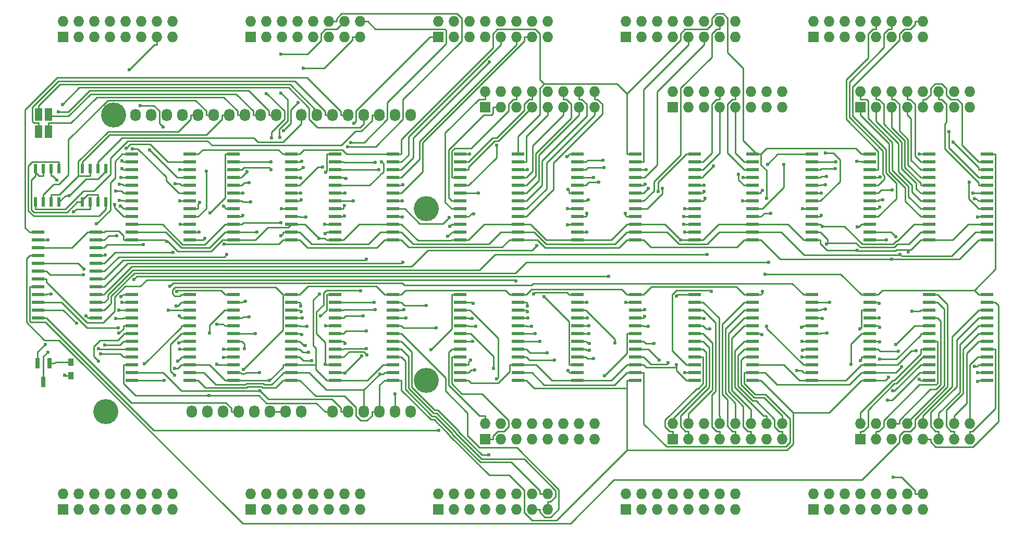
<source format=gbr>
G04 #@! TF.FileFunction,Copper,L1,Top,Signal*
%FSLAX46Y46*%
G04 Gerber Fmt 4.6, Leading zero omitted, Abs format (unit mm)*
G04 Created by KiCad (PCBNEW 4.0.1-stable) date 2016-06-03 18:52:32*
%MOMM*%
G01*
G04 APERTURE LIST*
%ADD10C,0.100000*%
%ADD11R,2.000000X0.600000*%
%ADD12O,1.727200X2.032000*%
%ADD13C,4.064000*%
%ADD14R,1.727200X1.727200*%
%ADD15O,1.727200X1.727200*%
%ADD16R,0.600000X1.550000*%
%ADD17R,0.800100X1.800860*%
%ADD18R,0.900000X1.200000*%
%ADD19R,1.200000X2.000000*%
%ADD20C,0.600000*%
%ADD21C,0.254000*%
G04 APERTURE END LIST*
D10*
D11*
X99948000Y-98425000D03*
X99948000Y-99695000D03*
X99948000Y-100965000D03*
X99948000Y-102235000D03*
X99948000Y-103505000D03*
X99948000Y-104775000D03*
X99948000Y-106045000D03*
X99948000Y-107315000D03*
X99948000Y-108585000D03*
X99948000Y-109855000D03*
X99948000Y-111125000D03*
X99948000Y-112395000D03*
X109348000Y-112395000D03*
X109348000Y-111125000D03*
X109348000Y-109855000D03*
X109348000Y-108585000D03*
X109348000Y-107315000D03*
X109348000Y-106045000D03*
X109348000Y-104775000D03*
X109348000Y-103505000D03*
X109348000Y-102235000D03*
X109348000Y-100965000D03*
X109348000Y-99695000D03*
X109348000Y-98425000D03*
D12*
X56388000Y-117475000D03*
X58928000Y-117475000D03*
X61468000Y-117475000D03*
X64008000Y-117475000D03*
X66548000Y-117475000D03*
X69088000Y-117475000D03*
X71628000Y-117475000D03*
X74168000Y-117475000D03*
X79248000Y-117475000D03*
X81788000Y-117475000D03*
X84328000Y-117475000D03*
X86868000Y-117475000D03*
X89408000Y-117475000D03*
X91948000Y-117475000D03*
X47244000Y-69215000D03*
X49784000Y-69215000D03*
X52324000Y-69215000D03*
X54864000Y-69215000D03*
X57404000Y-69215000D03*
X59944000Y-69215000D03*
X62484000Y-69215000D03*
X65024000Y-69215000D03*
X67564000Y-69215000D03*
X70104000Y-69215000D03*
X74168000Y-69215000D03*
X76708000Y-69215000D03*
X79248000Y-69215000D03*
X81788000Y-69215000D03*
X84328000Y-69215000D03*
X86868000Y-69215000D03*
X89408000Y-69215000D03*
X91948000Y-69215000D03*
D13*
X42418000Y-117475000D03*
X94488000Y-112395000D03*
X43688000Y-69215000D03*
X94488000Y-84455000D03*
D14*
X35433000Y-56515000D03*
D15*
X35433000Y-53975000D03*
X37973000Y-56515000D03*
X37973000Y-53975000D03*
X40513000Y-56515000D03*
X40513000Y-53975000D03*
X43053000Y-56515000D03*
X43053000Y-53975000D03*
X45593000Y-56515000D03*
X45593000Y-53975000D03*
X48133000Y-56515000D03*
X48133000Y-53975000D03*
X50673000Y-56515000D03*
X50673000Y-53975000D03*
X53213000Y-56515000D03*
X53213000Y-53975000D03*
D14*
X65913000Y-56515000D03*
D15*
X65913000Y-53975000D03*
X68453000Y-56515000D03*
X68453000Y-53975000D03*
X70993000Y-56515000D03*
X70993000Y-53975000D03*
X73533000Y-56515000D03*
X73533000Y-53975000D03*
X76073000Y-56515000D03*
X76073000Y-53975000D03*
X78613000Y-56515000D03*
X78613000Y-53975000D03*
X81153000Y-56515000D03*
X81153000Y-53975000D03*
X83693000Y-56515000D03*
X83693000Y-53975000D03*
D14*
X96393000Y-56515000D03*
D15*
X96393000Y-53975000D03*
X98933000Y-56515000D03*
X98933000Y-53975000D03*
X101473000Y-56515000D03*
X101473000Y-53975000D03*
X104013000Y-56515000D03*
X104013000Y-53975000D03*
X106553000Y-56515000D03*
X106553000Y-53975000D03*
X109093000Y-56515000D03*
X109093000Y-53975000D03*
X111633000Y-56515000D03*
X111633000Y-53975000D03*
X114173000Y-56515000D03*
X114173000Y-53975000D03*
D16*
X34798000Y-77945000D03*
X33528000Y-77945000D03*
X32258000Y-77945000D03*
X30988000Y-77945000D03*
X30988000Y-83345000D03*
X32258000Y-83345000D03*
X33528000Y-83345000D03*
X34798000Y-83345000D03*
D14*
X104013000Y-67945000D03*
D15*
X104013000Y-65405000D03*
X106553000Y-67945000D03*
X106553000Y-65405000D03*
X109093000Y-67945000D03*
X109093000Y-65405000D03*
X111633000Y-67945000D03*
X111633000Y-65405000D03*
X114173000Y-67945000D03*
X114173000Y-65405000D03*
X116713000Y-67945000D03*
X116713000Y-65405000D03*
X119253000Y-67945000D03*
X119253000Y-65405000D03*
X121793000Y-67945000D03*
X121793000Y-65405000D03*
D11*
X99948000Y-75565000D03*
X99948000Y-76835000D03*
X99948000Y-78105000D03*
X99948000Y-79375000D03*
X99948000Y-80645000D03*
X99948000Y-81915000D03*
X99948000Y-83185000D03*
X99948000Y-84455000D03*
X99948000Y-85725000D03*
X99948000Y-86995000D03*
X99948000Y-88265000D03*
X99948000Y-89535000D03*
X109348000Y-89535000D03*
X109348000Y-88265000D03*
X109348000Y-86995000D03*
X109348000Y-85725000D03*
X109348000Y-84455000D03*
X109348000Y-83185000D03*
X109348000Y-81915000D03*
X109348000Y-80645000D03*
X109348000Y-79375000D03*
X109348000Y-78105000D03*
X109348000Y-76835000D03*
X109348000Y-75565000D03*
D16*
X42418000Y-77945000D03*
X41148000Y-77945000D03*
X39878000Y-77945000D03*
X38608000Y-77945000D03*
X38608000Y-83345000D03*
X39878000Y-83345000D03*
X41148000Y-83345000D03*
X42418000Y-83345000D03*
D11*
X40768000Y-102235000D03*
X40768000Y-100965000D03*
X40768000Y-99695000D03*
X40768000Y-98425000D03*
X40768000Y-97155000D03*
X40768000Y-95885000D03*
X40768000Y-94615000D03*
X40768000Y-93345000D03*
X40768000Y-92075000D03*
X40768000Y-90805000D03*
X40768000Y-89535000D03*
X40768000Y-88265000D03*
X31368000Y-88265000D03*
X31368000Y-89535000D03*
X31368000Y-90805000D03*
X31368000Y-92075000D03*
X31368000Y-93345000D03*
X31368000Y-94615000D03*
X31368000Y-95885000D03*
X31368000Y-97155000D03*
X31368000Y-98425000D03*
X31368000Y-99695000D03*
X31368000Y-100965000D03*
X31368000Y-102235000D03*
X46608000Y-75565000D03*
X46608000Y-76835000D03*
X46608000Y-78105000D03*
X46608000Y-79375000D03*
X46608000Y-80645000D03*
X46608000Y-81915000D03*
X46608000Y-83185000D03*
X46608000Y-84455000D03*
X46608000Y-85725000D03*
X46608000Y-86995000D03*
X46608000Y-88265000D03*
X46608000Y-89535000D03*
X56008000Y-89535000D03*
X56008000Y-88265000D03*
X56008000Y-86995000D03*
X56008000Y-85725000D03*
X56008000Y-84455000D03*
X56008000Y-83185000D03*
X56008000Y-81915000D03*
X56008000Y-80645000D03*
X56008000Y-79375000D03*
X56008000Y-78105000D03*
X56008000Y-76835000D03*
X56008000Y-75565000D03*
X63118000Y-75565000D03*
X63118000Y-76835000D03*
X63118000Y-78105000D03*
X63118000Y-79375000D03*
X63118000Y-80645000D03*
X63118000Y-81915000D03*
X63118000Y-83185000D03*
X63118000Y-84455000D03*
X63118000Y-85725000D03*
X63118000Y-86995000D03*
X63118000Y-88265000D03*
X63118000Y-89535000D03*
X72518000Y-89535000D03*
X72518000Y-88265000D03*
X72518000Y-86995000D03*
X72518000Y-85725000D03*
X72518000Y-84455000D03*
X72518000Y-83185000D03*
X72518000Y-81915000D03*
X72518000Y-80645000D03*
X72518000Y-79375000D03*
X72518000Y-78105000D03*
X72518000Y-76835000D03*
X72518000Y-75565000D03*
X79628000Y-75565000D03*
X79628000Y-76835000D03*
X79628000Y-78105000D03*
X79628000Y-79375000D03*
X79628000Y-80645000D03*
X79628000Y-81915000D03*
X79628000Y-83185000D03*
X79628000Y-84455000D03*
X79628000Y-85725000D03*
X79628000Y-86995000D03*
X79628000Y-88265000D03*
X79628000Y-89535000D03*
X89028000Y-89535000D03*
X89028000Y-88265000D03*
X89028000Y-86995000D03*
X89028000Y-85725000D03*
X89028000Y-84455000D03*
X89028000Y-83185000D03*
X89028000Y-81915000D03*
X89028000Y-80645000D03*
X89028000Y-79375000D03*
X89028000Y-78105000D03*
X89028000Y-76835000D03*
X89028000Y-75565000D03*
D14*
X126873000Y-56515000D03*
D15*
X126873000Y-53975000D03*
X129413000Y-56515000D03*
X129413000Y-53975000D03*
X131953000Y-56515000D03*
X131953000Y-53975000D03*
X134493000Y-56515000D03*
X134493000Y-53975000D03*
X137033000Y-56515000D03*
X137033000Y-53975000D03*
X139573000Y-56515000D03*
X139573000Y-53975000D03*
X142113000Y-56515000D03*
X142113000Y-53975000D03*
X144653000Y-56515000D03*
X144653000Y-53975000D03*
D14*
X134493000Y-67945000D03*
D15*
X134493000Y-65405000D03*
X137033000Y-67945000D03*
X137033000Y-65405000D03*
X139573000Y-67945000D03*
X139573000Y-65405000D03*
X142113000Y-67945000D03*
X142113000Y-65405000D03*
X144653000Y-67945000D03*
X144653000Y-65405000D03*
X147193000Y-67945000D03*
X147193000Y-65405000D03*
X149733000Y-67945000D03*
X149733000Y-65405000D03*
X152273000Y-67945000D03*
X152273000Y-65405000D03*
D14*
X157353000Y-56515000D03*
D15*
X157353000Y-53975000D03*
X159893000Y-56515000D03*
X159893000Y-53975000D03*
X162433000Y-56515000D03*
X162433000Y-53975000D03*
X164973000Y-56515000D03*
X164973000Y-53975000D03*
X167513000Y-56515000D03*
X167513000Y-53975000D03*
X170053000Y-56515000D03*
X170053000Y-53975000D03*
X172593000Y-56515000D03*
X172593000Y-53975000D03*
X175133000Y-56515000D03*
X175133000Y-53975000D03*
D14*
X164973000Y-67945000D03*
D15*
X164973000Y-65405000D03*
X167513000Y-67945000D03*
X167513000Y-65405000D03*
X170053000Y-67945000D03*
X170053000Y-65405000D03*
X172593000Y-67945000D03*
X172593000Y-65405000D03*
X175133000Y-67945000D03*
X175133000Y-65405000D03*
X177673000Y-67945000D03*
X177673000Y-65405000D03*
X180213000Y-67945000D03*
X180213000Y-65405000D03*
X182753000Y-67945000D03*
X182753000Y-65405000D03*
D11*
X118998000Y-75565000D03*
X118998000Y-76835000D03*
X118998000Y-78105000D03*
X118998000Y-79375000D03*
X118998000Y-80645000D03*
X118998000Y-81915000D03*
X118998000Y-83185000D03*
X118998000Y-84455000D03*
X118998000Y-85725000D03*
X118998000Y-86995000D03*
X118998000Y-88265000D03*
X118998000Y-89535000D03*
X128398000Y-89535000D03*
X128398000Y-88265000D03*
X128398000Y-86995000D03*
X128398000Y-85725000D03*
X128398000Y-84455000D03*
X128398000Y-83185000D03*
X128398000Y-81915000D03*
X128398000Y-80645000D03*
X128398000Y-79375000D03*
X128398000Y-78105000D03*
X128398000Y-76835000D03*
X128398000Y-75565000D03*
X138048000Y-75565000D03*
X138048000Y-76835000D03*
X138048000Y-78105000D03*
X138048000Y-79375000D03*
X138048000Y-80645000D03*
X138048000Y-81915000D03*
X138048000Y-83185000D03*
X138048000Y-84455000D03*
X138048000Y-85725000D03*
X138048000Y-86995000D03*
X138048000Y-88265000D03*
X138048000Y-89535000D03*
X147448000Y-89535000D03*
X147448000Y-88265000D03*
X147448000Y-86995000D03*
X147448000Y-85725000D03*
X147448000Y-84455000D03*
X147448000Y-83185000D03*
X147448000Y-81915000D03*
X147448000Y-80645000D03*
X147448000Y-79375000D03*
X147448000Y-78105000D03*
X147448000Y-76835000D03*
X147448000Y-75565000D03*
X157098000Y-75565000D03*
X157098000Y-76835000D03*
X157098000Y-78105000D03*
X157098000Y-79375000D03*
X157098000Y-80645000D03*
X157098000Y-81915000D03*
X157098000Y-83185000D03*
X157098000Y-84455000D03*
X157098000Y-85725000D03*
X157098000Y-86995000D03*
X157098000Y-88265000D03*
X157098000Y-89535000D03*
X166498000Y-89535000D03*
X166498000Y-88265000D03*
X166498000Y-86995000D03*
X166498000Y-85725000D03*
X166498000Y-84455000D03*
X166498000Y-83185000D03*
X166498000Y-81915000D03*
X166498000Y-80645000D03*
X166498000Y-79375000D03*
X166498000Y-78105000D03*
X166498000Y-76835000D03*
X166498000Y-75565000D03*
X176148000Y-75565000D03*
X176148000Y-76835000D03*
X176148000Y-78105000D03*
X176148000Y-79375000D03*
X176148000Y-80645000D03*
X176148000Y-81915000D03*
X176148000Y-83185000D03*
X176148000Y-84455000D03*
X176148000Y-85725000D03*
X176148000Y-86995000D03*
X176148000Y-88265000D03*
X176148000Y-89535000D03*
X185548000Y-89535000D03*
X185548000Y-88265000D03*
X185548000Y-86995000D03*
X185548000Y-85725000D03*
X185548000Y-84455000D03*
X185548000Y-83185000D03*
X185548000Y-81915000D03*
X185548000Y-80645000D03*
X185548000Y-79375000D03*
X185548000Y-78105000D03*
X185548000Y-76835000D03*
X185548000Y-75565000D03*
D17*
X33208000Y-109623860D03*
X31308000Y-109623860D03*
X32258000Y-112626140D03*
D14*
X35433000Y-133350000D03*
D15*
X35433000Y-130810000D03*
X37973000Y-133350000D03*
X37973000Y-130810000D03*
X40513000Y-133350000D03*
X40513000Y-130810000D03*
X43053000Y-133350000D03*
X43053000Y-130810000D03*
X45593000Y-133350000D03*
X45593000Y-130810000D03*
X48133000Y-133350000D03*
X48133000Y-130810000D03*
X50673000Y-133350000D03*
X50673000Y-130810000D03*
X53213000Y-133350000D03*
X53213000Y-130810000D03*
D14*
X65913000Y-133350000D03*
D15*
X65913000Y-130810000D03*
X68453000Y-133350000D03*
X68453000Y-130810000D03*
X70993000Y-133350000D03*
X70993000Y-130810000D03*
X73533000Y-133350000D03*
X73533000Y-130810000D03*
X76073000Y-133350000D03*
X76073000Y-130810000D03*
X78613000Y-133350000D03*
X78613000Y-130810000D03*
X81153000Y-133350000D03*
X81153000Y-130810000D03*
X83693000Y-133350000D03*
X83693000Y-130810000D03*
D14*
X96393000Y-133350000D03*
D15*
X96393000Y-130810000D03*
X98933000Y-133350000D03*
X98933000Y-130810000D03*
X101473000Y-133350000D03*
X101473000Y-130810000D03*
X104013000Y-133350000D03*
X104013000Y-130810000D03*
X106553000Y-133350000D03*
X106553000Y-130810000D03*
X109093000Y-133350000D03*
X109093000Y-130810000D03*
X111633000Y-133350000D03*
X111633000Y-130810000D03*
X114173000Y-133350000D03*
X114173000Y-130810000D03*
D14*
X104013000Y-121920000D03*
D15*
X104013000Y-119380000D03*
X106553000Y-121920000D03*
X106553000Y-119380000D03*
X109093000Y-121920000D03*
X109093000Y-119380000D03*
X111633000Y-121920000D03*
X111633000Y-119380000D03*
X114173000Y-121920000D03*
X114173000Y-119380000D03*
X116713000Y-121920000D03*
X116713000Y-119380000D03*
X119253000Y-121920000D03*
X119253000Y-119380000D03*
X121793000Y-121920000D03*
X121793000Y-119380000D03*
D14*
X126873000Y-133350000D03*
D15*
X126873000Y-130810000D03*
X129413000Y-133350000D03*
X129413000Y-130810000D03*
X131953000Y-133350000D03*
X131953000Y-130810000D03*
X134493000Y-133350000D03*
X134493000Y-130810000D03*
X137033000Y-133350000D03*
X137033000Y-130810000D03*
X139573000Y-133350000D03*
X139573000Y-130810000D03*
X142113000Y-133350000D03*
X142113000Y-130810000D03*
X144653000Y-133350000D03*
X144653000Y-130810000D03*
D14*
X134493000Y-121920000D03*
D15*
X134493000Y-119380000D03*
X137033000Y-121920000D03*
X137033000Y-119380000D03*
X139573000Y-121920000D03*
X139573000Y-119380000D03*
X142113000Y-121920000D03*
X142113000Y-119380000D03*
X144653000Y-121920000D03*
X144653000Y-119380000D03*
X147193000Y-121920000D03*
X147193000Y-119380000D03*
X149733000Y-121920000D03*
X149733000Y-119380000D03*
X152273000Y-121920000D03*
X152273000Y-119380000D03*
D14*
X157353000Y-133350000D03*
D15*
X157353000Y-130810000D03*
X159893000Y-133350000D03*
X159893000Y-130810000D03*
X162433000Y-133350000D03*
X162433000Y-130810000D03*
X164973000Y-133350000D03*
X164973000Y-130810000D03*
X167513000Y-133350000D03*
X167513000Y-130810000D03*
X170053000Y-133350000D03*
X170053000Y-130810000D03*
X172593000Y-133350000D03*
X172593000Y-130810000D03*
X175133000Y-133350000D03*
X175133000Y-130810000D03*
D14*
X164973000Y-121920000D03*
D15*
X164973000Y-119380000D03*
X167513000Y-121920000D03*
X167513000Y-119380000D03*
X170053000Y-121920000D03*
X170053000Y-119380000D03*
X172593000Y-121920000D03*
X172593000Y-119380000D03*
X175133000Y-121920000D03*
X175133000Y-119380000D03*
X177673000Y-121920000D03*
X177673000Y-119380000D03*
X180213000Y-121920000D03*
X180213000Y-119380000D03*
X182753000Y-121920000D03*
X182753000Y-119380000D03*
D18*
X36703000Y-109390000D03*
X36703000Y-111590000D03*
D11*
X46608000Y-98425000D03*
X46608000Y-99695000D03*
X46608000Y-100965000D03*
X46608000Y-102235000D03*
X46608000Y-103505000D03*
X46608000Y-104775000D03*
X46608000Y-106045000D03*
X46608000Y-107315000D03*
X46608000Y-108585000D03*
X46608000Y-109855000D03*
X46608000Y-111125000D03*
X46608000Y-112395000D03*
X56008000Y-112395000D03*
X56008000Y-111125000D03*
X56008000Y-109855000D03*
X56008000Y-108585000D03*
X56008000Y-107315000D03*
X56008000Y-106045000D03*
X56008000Y-104775000D03*
X56008000Y-103505000D03*
X56008000Y-102235000D03*
X56008000Y-100965000D03*
X56008000Y-99695000D03*
X56008000Y-98425000D03*
X63118000Y-98425000D03*
X63118000Y-99695000D03*
X63118000Y-100965000D03*
X63118000Y-102235000D03*
X63118000Y-103505000D03*
X63118000Y-104775000D03*
X63118000Y-106045000D03*
X63118000Y-107315000D03*
X63118000Y-108585000D03*
X63118000Y-109855000D03*
X63118000Y-111125000D03*
X63118000Y-112395000D03*
X72518000Y-112395000D03*
X72518000Y-111125000D03*
X72518000Y-109855000D03*
X72518000Y-108585000D03*
X72518000Y-107315000D03*
X72518000Y-106045000D03*
X72518000Y-104775000D03*
X72518000Y-103505000D03*
X72518000Y-102235000D03*
X72518000Y-100965000D03*
X72518000Y-99695000D03*
X72518000Y-98425000D03*
X79628000Y-98425000D03*
X79628000Y-99695000D03*
X79628000Y-100965000D03*
X79628000Y-102235000D03*
X79628000Y-103505000D03*
X79628000Y-104775000D03*
X79628000Y-106045000D03*
X79628000Y-107315000D03*
X79628000Y-108585000D03*
X79628000Y-109855000D03*
X79628000Y-111125000D03*
X79628000Y-112395000D03*
X89028000Y-112395000D03*
X89028000Y-111125000D03*
X89028000Y-109855000D03*
X89028000Y-108585000D03*
X89028000Y-107315000D03*
X89028000Y-106045000D03*
X89028000Y-104775000D03*
X89028000Y-103505000D03*
X89028000Y-102235000D03*
X89028000Y-100965000D03*
X89028000Y-99695000D03*
X89028000Y-98425000D03*
X118998000Y-98425000D03*
X118998000Y-99695000D03*
X118998000Y-100965000D03*
X118998000Y-102235000D03*
X118998000Y-103505000D03*
X118998000Y-104775000D03*
X118998000Y-106045000D03*
X118998000Y-107315000D03*
X118998000Y-108585000D03*
X118998000Y-109855000D03*
X118998000Y-111125000D03*
X118998000Y-112395000D03*
X128398000Y-112395000D03*
X128398000Y-111125000D03*
X128398000Y-109855000D03*
X128398000Y-108585000D03*
X128398000Y-107315000D03*
X128398000Y-106045000D03*
X128398000Y-104775000D03*
X128398000Y-103505000D03*
X128398000Y-102235000D03*
X128398000Y-100965000D03*
X128398000Y-99695000D03*
X128398000Y-98425000D03*
X138048000Y-98425000D03*
X138048000Y-99695000D03*
X138048000Y-100965000D03*
X138048000Y-102235000D03*
X138048000Y-103505000D03*
X138048000Y-104775000D03*
X138048000Y-106045000D03*
X138048000Y-107315000D03*
X138048000Y-108585000D03*
X138048000Y-109855000D03*
X138048000Y-111125000D03*
X138048000Y-112395000D03*
X147448000Y-112395000D03*
X147448000Y-111125000D03*
X147448000Y-109855000D03*
X147448000Y-108585000D03*
X147448000Y-107315000D03*
X147448000Y-106045000D03*
X147448000Y-104775000D03*
X147448000Y-103505000D03*
X147448000Y-102235000D03*
X147448000Y-100965000D03*
X147448000Y-99695000D03*
X147448000Y-98425000D03*
X157098000Y-98425000D03*
X157098000Y-99695000D03*
X157098000Y-100965000D03*
X157098000Y-102235000D03*
X157098000Y-103505000D03*
X157098000Y-104775000D03*
X157098000Y-106045000D03*
X157098000Y-107315000D03*
X157098000Y-108585000D03*
X157098000Y-109855000D03*
X157098000Y-111125000D03*
X157098000Y-112395000D03*
X166498000Y-112395000D03*
X166498000Y-111125000D03*
X166498000Y-109855000D03*
X166498000Y-108585000D03*
X166498000Y-107315000D03*
X166498000Y-106045000D03*
X166498000Y-104775000D03*
X166498000Y-103505000D03*
X166498000Y-102235000D03*
X166498000Y-100965000D03*
X166498000Y-99695000D03*
X166498000Y-98425000D03*
X176148000Y-98425000D03*
X176148000Y-99695000D03*
X176148000Y-100965000D03*
X176148000Y-102235000D03*
X176148000Y-103505000D03*
X176148000Y-104775000D03*
X176148000Y-106045000D03*
X176148000Y-107315000D03*
X176148000Y-108585000D03*
X176148000Y-109855000D03*
X176148000Y-111125000D03*
X176148000Y-112395000D03*
X185548000Y-112395000D03*
X185548000Y-111125000D03*
X185548000Y-109855000D03*
X185548000Y-108585000D03*
X185548000Y-107315000D03*
X185548000Y-106045000D03*
X185548000Y-104775000D03*
X185548000Y-103505000D03*
X185548000Y-102235000D03*
X185548000Y-100965000D03*
X185548000Y-99695000D03*
X185548000Y-98425000D03*
D19*
X33058000Y-71885000D03*
X33058000Y-69085000D03*
X31458000Y-71885000D03*
X31458000Y-69085000D03*
D20*
X174057000Y-107596800D03*
X68974900Y-112385200D03*
X164485200Y-91253400D03*
X164485200Y-87367300D03*
X183492000Y-110070900D03*
X53526900Y-110443600D03*
X51843500Y-112340900D03*
X76967600Y-89269100D03*
X77051400Y-98310900D03*
X54453200Y-86995000D03*
X52249400Y-89804500D03*
X135792300Y-89537600D03*
X135073700Y-109869400D03*
X174580700Y-112209000D03*
X172753700Y-91462300D03*
X77973900Y-86995000D03*
X117417800Y-87070200D03*
X158811300Y-87307800D03*
X98221900Y-87339800D03*
X136307300Y-86995000D03*
X140774600Y-97910800D03*
X170245300Y-114101400D03*
X70867200Y-86734600D03*
X78065700Y-109727200D03*
X83763400Y-97803300D03*
X101608600Y-109090800D03*
X113580100Y-98785300D03*
X149759900Y-103556100D03*
X60426800Y-109735700D03*
X59162500Y-114867700D03*
X120557600Y-88265000D03*
X67451300Y-114110900D03*
X67369600Y-111125000D03*
X78029300Y-88491600D03*
X169357500Y-115618200D03*
X83975900Y-108386100D03*
X97924600Y-88940500D03*
X154659100Y-110801900D03*
X66945100Y-88263000D03*
X81229700Y-111227600D03*
X102283800Y-110686500D03*
X117442900Y-110793800D03*
X136468000Y-111125000D03*
X136445100Y-88211300D03*
X159471100Y-90180300D03*
X171441300Y-91868000D03*
X183991800Y-111125000D03*
X86887600Y-111364100D03*
X170719700Y-89030900D03*
X171670000Y-110164300D03*
X57576000Y-88265000D03*
X70867200Y-88842900D03*
X169215300Y-89535000D03*
X169554300Y-111848800D03*
X170078600Y-92673300D03*
X183989300Y-112572400D03*
X61602800Y-90216400D03*
X58480000Y-89263300D03*
X35690300Y-111506500D03*
X34654600Y-68690800D03*
X35341600Y-67488800D03*
X32958100Y-89518600D03*
X36488200Y-82310000D03*
X149036500Y-97916600D03*
X149735100Y-82753400D03*
X149467300Y-95096000D03*
X64703000Y-110561100D03*
X43804900Y-83794400D03*
X44722600Y-84042100D03*
X44553700Y-83098500D03*
X44021100Y-81584600D03*
X44568700Y-80481200D03*
X44839000Y-79368800D03*
X44981900Y-77882100D03*
X45021700Y-76647100D03*
X45711400Y-74626500D03*
X54431700Y-78105000D03*
X49469600Y-74894100D03*
X53677900Y-80392600D03*
X46155100Y-61840500D03*
X46739500Y-74669400D03*
X47926900Y-67662800D03*
X51722600Y-71157400D03*
X54433400Y-83185000D03*
X57630000Y-83450700D03*
X58698900Y-78342100D03*
X64672800Y-85575400D03*
X61554200Y-84011600D03*
X68453000Y-65691100D03*
X69264500Y-72950400D03*
X65898200Y-83337300D03*
X64682300Y-81915000D03*
X65651700Y-80211500D03*
X65302200Y-78469000D03*
X69246700Y-78105000D03*
X69246700Y-76835000D03*
X74223200Y-76732800D03*
X74436700Y-77731800D03*
X74077700Y-79483900D03*
X81629200Y-74335400D03*
X77562400Y-77678500D03*
X74078500Y-81915000D03*
X70856600Y-59312500D03*
X70858400Y-65643500D03*
X70695300Y-72872500D03*
X74087400Y-82996900D03*
X74457300Y-61567600D03*
X73598800Y-67205400D03*
X71250400Y-71736400D03*
X70934600Y-84455000D03*
X82180800Y-73654100D03*
X74870200Y-85790600D03*
X82694100Y-70544500D03*
X81191100Y-85659900D03*
X81160300Y-83894500D03*
X82634200Y-83185000D03*
X81209600Y-81915000D03*
X87186400Y-76827100D03*
X81403400Y-79525500D03*
X86747500Y-78105000D03*
X86134500Y-76866500D03*
X104714500Y-60529100D03*
X90665800Y-80511700D03*
X90589300Y-83185000D03*
X98163100Y-85904600D03*
X90589300Y-85761000D03*
X174565600Y-75565000D03*
X150043600Y-93140400D03*
X149869900Y-77210400D03*
X140103800Y-91850900D03*
X132094200Y-81650800D03*
X112404200Y-90456600D03*
X117269500Y-75997200D03*
X90657500Y-93126300D03*
X84735500Y-92652500D03*
X101510900Y-75565000D03*
X78071900Y-78480800D03*
X62040900Y-91912100D03*
X59270800Y-85129100D03*
X53272300Y-91590800D03*
X40855300Y-86929600D03*
X42323700Y-91950600D03*
X52819800Y-97064700D03*
X38803300Y-94259800D03*
X135104000Y-98649500D03*
X124092800Y-95486600D03*
X46940700Y-95955200D03*
X38714800Y-95157600D03*
X111863500Y-98304600D03*
X109038900Y-96190400D03*
X96503500Y-120515200D03*
X95218600Y-107387100D03*
X77298200Y-101916200D03*
X33464600Y-98344300D03*
X53916700Y-97941100D03*
X44386100Y-103807300D03*
X44847300Y-98780800D03*
X37604600Y-103090500D03*
X102163400Y-85250900D03*
X102918500Y-81915000D03*
X105852900Y-74111600D03*
X110905900Y-78105000D03*
X120553000Y-85213000D03*
X117427100Y-84455000D03*
X120787300Y-83012600D03*
X117471100Y-81330100D03*
X122438100Y-80143900D03*
X121611000Y-79375000D03*
X123306200Y-77768000D03*
X123124200Y-76530000D03*
X130156500Y-78105000D03*
X130029200Y-80454900D03*
X130553700Y-81150400D03*
X132775500Y-81101800D03*
X126813500Y-85244700D03*
X136272300Y-85691700D03*
X136481300Y-84455000D03*
X139706500Y-82749400D03*
X139609300Y-81619600D03*
X139605700Y-80645000D03*
X141084600Y-77516600D03*
X145885200Y-79375000D03*
X145203800Y-78820900D03*
X149048300Y-81461300D03*
X145882700Y-83185000D03*
X152557100Y-77276400D03*
X150389700Y-85185400D03*
X158662800Y-85541500D03*
X155537000Y-84455000D03*
X159281800Y-75360200D03*
X158664700Y-81915000D03*
X159311300Y-80523900D03*
X159500500Y-79197500D03*
X160878300Y-77920500D03*
X160982500Y-76835000D03*
X164350600Y-76739800D03*
X168155900Y-79304200D03*
X170120100Y-81422900D03*
X168608200Y-83042200D03*
X168090000Y-84160000D03*
X180051100Y-73606900D03*
X179365800Y-71922900D03*
X183282200Y-81915000D03*
X183545200Y-82813200D03*
X182683300Y-80108300D03*
X183990500Y-85778200D03*
X48506900Y-90281400D03*
X89408000Y-114549400D03*
X44182100Y-88803800D03*
X41497500Y-108100000D03*
X41177800Y-107214400D03*
X42196100Y-106591900D03*
X41214000Y-109224700D03*
X44523600Y-104675900D03*
X44002800Y-102289700D03*
X44490900Y-100992300D03*
X45045200Y-99695000D03*
X53842100Y-100241200D03*
X52502000Y-100965000D03*
X54296900Y-101863800D03*
X48672300Y-109689700D03*
X53526900Y-111568900D03*
X54210500Y-106322300D03*
X54424000Y-107315000D03*
X54035200Y-109219800D03*
X61554200Y-108632800D03*
X61553500Y-107315000D03*
X64885300Y-107197900D03*
X66676200Y-104774500D03*
X60382600Y-103195000D03*
X65702000Y-102018600D03*
X59207100Y-104673600D03*
X65111900Y-99490200D03*
X74029200Y-100283600D03*
X74103800Y-101194400D03*
X74287300Y-102239000D03*
X75049000Y-103603200D03*
X74238700Y-104914000D03*
X74808000Y-106672100D03*
X75341200Y-107795000D03*
X75806600Y-109148900D03*
X84834000Y-108248900D03*
X84745000Y-107196500D03*
X81209000Y-106358300D03*
X84703300Y-104341000D03*
X78070500Y-103473700D03*
X84200700Y-101907000D03*
X86180500Y-100878500D03*
X85961200Y-99695000D03*
X94455300Y-100152400D03*
X90807900Y-100878500D03*
X91140800Y-102235000D03*
X96069600Y-103829000D03*
X104618900Y-124516200D03*
X101948600Y-106045000D03*
X105386500Y-110467900D03*
X102488100Y-103554700D03*
X101936500Y-102294900D03*
X105853300Y-112133600D03*
X102029200Y-99870600D03*
X110861400Y-100282600D03*
X110912200Y-101198100D03*
X110920900Y-102235000D03*
X111559400Y-103555300D03*
X112117700Y-104775000D03*
X112881000Y-106045000D03*
X114115000Y-107878100D03*
X115239600Y-109081200D03*
X121621900Y-108827900D03*
X120992100Y-107495100D03*
X120916900Y-106407400D03*
X120890400Y-104724400D03*
X120868200Y-103505000D03*
X120613400Y-102235000D03*
X125090700Y-106276400D03*
X120560700Y-99695000D03*
X126839000Y-99695000D03*
X129965800Y-100825900D03*
X129955100Y-101986200D03*
X130478300Y-103555300D03*
X123416000Y-111589600D03*
X131433500Y-106386100D03*
X132289800Y-109058900D03*
X133756600Y-109534100D03*
X140517800Y-103958400D03*
X139607000Y-102319700D03*
X149013400Y-104889700D03*
X155527100Y-108585000D03*
X155541800Y-107435800D03*
X155530600Y-106045000D03*
X159525700Y-104714500D03*
X155382000Y-103710700D03*
X158799500Y-102317300D03*
X159286800Y-100752400D03*
X159942300Y-99695000D03*
X168057100Y-99872800D03*
X164932100Y-104029000D03*
X168064800Y-102263200D03*
X168068000Y-103736000D03*
X163467500Y-109755900D03*
X168067900Y-106140900D03*
X171174100Y-107603200D03*
X170323200Y-128139100D03*
X164973900Y-109173000D03*
X168074700Y-108911900D03*
X170760000Y-106551500D03*
X173392100Y-101140000D03*
X32520400Y-106532000D03*
X37147000Y-84981900D03*
X39186900Y-101858800D03*
X32967200Y-107780800D03*
X34446600Y-79771100D03*
D21*
X79628000Y-89535000D02*
X78246700Y-89535000D01*
X46608000Y-89535000D02*
X45226700Y-89535000D01*
X166498000Y-109855000D02*
X167879300Y-109855000D01*
X62427400Y-89535000D02*
X61736700Y-89535000D01*
X62427400Y-89535000D02*
X63118000Y-89535000D01*
X138048000Y-112395000D02*
X136666700Y-112395000D01*
X40768000Y-88265000D02*
X39386700Y-88265000D01*
X63118000Y-112395000D02*
X64499300Y-112395000D01*
X63118000Y-89535000D02*
X64499300Y-89535000D01*
X40768000Y-88265000D02*
X42149300Y-88265000D01*
X31368000Y-90805000D02*
X32749300Y-90805000D01*
X153176700Y-86995000D02*
X155716700Y-89535000D01*
X148829300Y-86995000D02*
X153176700Y-86995000D01*
X147448000Y-86995000D02*
X148829300Y-86995000D01*
X46608000Y-89535000D02*
X47989300Y-89535000D01*
X63118000Y-112395000D02*
X61736700Y-112395000D01*
X71136700Y-110223400D02*
X68974900Y-112385200D01*
X71136700Y-109855000D02*
X71136700Y-110223400D01*
X72518000Y-109855000D02*
X71136700Y-109855000D01*
X79628000Y-89535000D02*
X81009300Y-89535000D01*
X99948000Y-89535000D02*
X101329300Y-89535000D01*
X109348000Y-86995000D02*
X110729300Y-86995000D01*
X124476700Y-89535000D02*
X118998000Y-89535000D01*
X127016700Y-86995000D02*
X124476700Y-89535000D01*
X156407400Y-89535000D02*
X155716700Y-89535000D01*
X64509100Y-112385200D02*
X64499300Y-112395000D01*
X68974900Y-112385200D02*
X64509100Y-112385200D01*
X69088000Y-117475000D02*
X71628000Y-117475000D01*
X89028000Y-109855000D02*
X87646700Y-109855000D01*
X112326900Y-109855000D02*
X109348000Y-109855000D01*
X114866900Y-112395000D02*
X112326900Y-109855000D01*
X118998000Y-112395000D02*
X114866900Y-112395000D01*
X109348000Y-109855000D02*
X107966700Y-109855000D01*
X99948000Y-112395000D02*
X101329300Y-112395000D01*
X124476700Y-112395000D02*
X120379300Y-112395000D01*
X127016700Y-109855000D02*
X124476700Y-112395000D01*
X128398000Y-109855000D02*
X127016700Y-109855000D01*
X118998000Y-112395000D02*
X120379300Y-112395000D01*
X128398000Y-109855000D02*
X129779300Y-109855000D01*
X156407400Y-89535000D02*
X157098000Y-89535000D01*
X157098000Y-89535000D02*
X158479300Y-89535000D01*
X166498000Y-86995000D02*
X165116700Y-86995000D01*
X183950800Y-110070900D02*
X184166700Y-109855000D01*
X183492000Y-110070900D02*
X183950800Y-110070900D01*
X185548000Y-109855000D02*
X184166700Y-109855000D01*
X182542800Y-86995000D02*
X185548000Y-86995000D01*
X180002800Y-89535000D02*
X182542800Y-86995000D01*
X176148000Y-89535000D02*
X180002800Y-89535000D01*
X164744400Y-87367300D02*
X164485200Y-87367300D01*
X165116700Y-86995000D02*
X164744400Y-87367300D01*
X36846700Y-90805000D02*
X39386700Y-88265000D01*
X32749300Y-90805000D02*
X36846700Y-90805000D01*
X59196700Y-109855000D02*
X61736700Y-112395000D01*
X56008000Y-109855000D02*
X59196700Y-109855000D01*
X48043400Y-112340900D02*
X47989300Y-112395000D01*
X51843500Y-112340900D02*
X48043400Y-112340900D01*
X46608000Y-112395000D02*
X47989300Y-112395000D01*
X79628000Y-112395000D02*
X78246700Y-112395000D01*
X74693500Y-86995000D02*
X76967600Y-89269100D01*
X72518000Y-86995000D02*
X74693500Y-86995000D01*
X77980800Y-89269100D02*
X78246700Y-89535000D01*
X76967600Y-89269100D02*
X77980800Y-89269100D01*
X162576700Y-112395000D02*
X165116700Y-109855000D01*
X157098000Y-112395000D02*
X162576700Y-112395000D01*
X166498000Y-109855000D02*
X165116700Y-109855000D01*
X56008000Y-86995000D02*
X54453200Y-86995000D01*
X83549300Y-86995000D02*
X89028000Y-86995000D01*
X81009300Y-89535000D02*
X83549300Y-86995000D01*
X98458200Y-89643500D02*
X98566700Y-89535000D01*
X93057800Y-89643500D02*
X98458200Y-89643500D01*
X90409300Y-86995000D02*
X93057800Y-89643500D01*
X89028000Y-86995000D02*
X90409300Y-86995000D01*
X99948000Y-89535000D02*
X98566700Y-89535000D01*
X141969300Y-86995000D02*
X147448000Y-86995000D01*
X139429300Y-89535000D02*
X141969300Y-86995000D01*
X138048000Y-89535000D02*
X139429300Y-89535000D01*
X155081800Y-112395000D02*
X157098000Y-112395000D01*
X152541800Y-109855000D02*
X155081800Y-112395000D01*
X147448000Y-109855000D02*
X152541800Y-109855000D01*
X84893400Y-112395000D02*
X79628000Y-112395000D01*
X87433400Y-109855000D02*
X84893400Y-112395000D01*
X87646700Y-109855000D02*
X87433400Y-109855000D01*
X76493200Y-110641500D02*
X76493200Y-109855000D01*
X78246700Y-112395000D02*
X76493200Y-110641500D01*
X76493200Y-109855000D02*
X72518000Y-109855000D01*
X103869300Y-86995000D02*
X101329300Y-89535000D01*
X109348000Y-86995000D02*
X103869300Y-86995000D01*
X127707400Y-86995000D02*
X127016700Y-86995000D01*
X127707400Y-86995000D02*
X128398000Y-86995000D01*
X130172800Y-110248500D02*
X135073700Y-110248500D01*
X129779300Y-109855000D02*
X130172800Y-110248500D01*
X135073700Y-110802000D02*
X136666700Y-112395000D01*
X135073700Y-110248500D02*
X135073700Y-110802000D01*
X176148000Y-112395000D02*
X174766700Y-112395000D01*
X174580700Y-112209000D02*
X174766700Y-112395000D01*
X61320900Y-89535000D02*
X61736700Y-89535000D01*
X59495800Y-91360100D02*
X61320900Y-89535000D01*
X54049900Y-91360100D02*
X59495800Y-91360100D01*
X52494300Y-89804500D02*
X54049900Y-91360100D01*
X52249400Y-89804500D02*
X52494300Y-89804500D01*
X51979900Y-89535000D02*
X52249400Y-89804500D01*
X47989300Y-89535000D02*
X51979900Y-89535000D01*
X72009700Y-87503300D02*
X72518000Y-86995000D01*
X68748600Y-87503300D02*
X72009700Y-87503300D01*
X66716900Y-89535000D02*
X68748600Y-87503300D01*
X64499300Y-89535000D02*
X66716900Y-89535000D01*
X76100500Y-99261800D02*
X77051400Y-98310900D01*
X76100500Y-106740600D02*
X76100500Y-99261800D01*
X76493200Y-107133300D02*
X76100500Y-106740600D01*
X76493200Y-109855000D02*
X76493200Y-107133300D01*
X107966700Y-110983700D02*
X107966700Y-109855000D01*
X106114700Y-112835700D02*
X107966700Y-110983700D01*
X101770000Y-112835700D02*
X106114700Y-112835700D01*
X101329300Y-112395000D02*
X101770000Y-112835700D01*
X111422300Y-86995000D02*
X110729300Y-86995000D01*
X113962300Y-89535000D02*
X111422300Y-86995000D01*
X118998000Y-89535000D02*
X113962300Y-89535000D01*
X135073700Y-109869400D02*
X135073700Y-110248500D01*
X135794900Y-89535000D02*
X135792300Y-89537600D01*
X138048000Y-89535000D02*
X135794900Y-89535000D01*
X133249700Y-86995000D02*
X128398000Y-86995000D01*
X135792300Y-89537600D02*
X133249700Y-86995000D01*
X176148000Y-89535000D02*
X174766700Y-89535000D01*
X159580800Y-91253400D02*
X164485200Y-91253400D01*
X158479300Y-90151900D02*
X159580800Y-91253400D01*
X158479300Y-89535000D02*
X158479300Y-90151900D01*
X172753700Y-91462300D02*
X172753700Y-91151700D01*
X170843000Y-91151700D02*
X172753700Y-91151700D01*
X170689000Y-91305700D02*
X170843000Y-91151700D01*
X164537500Y-91305700D02*
X170689000Y-91305700D01*
X164485200Y-91253400D02*
X164537500Y-91305700D01*
X173150000Y-91151700D02*
X174766700Y-89535000D01*
X172753700Y-91151700D02*
X173150000Y-91151700D01*
X173274100Y-107596800D02*
X174057000Y-107596800D01*
X171015900Y-109855000D02*
X173274100Y-107596800D01*
X167879300Y-109855000D02*
X171015900Y-109855000D01*
X42291800Y-88122500D02*
X42149300Y-88265000D01*
X44464300Y-88122500D02*
X42291800Y-88122500D01*
X45226700Y-88884900D02*
X44464300Y-88122500D01*
X45226700Y-89535000D02*
X45226700Y-88884900D01*
X54038100Y-110443600D02*
X53526900Y-110443600D01*
X54626700Y-109855000D02*
X54038100Y-110443600D01*
X56008000Y-109855000D02*
X54626700Y-109855000D01*
X79628000Y-86995000D02*
X78246700Y-86995000D01*
X78246700Y-86995000D02*
X77973900Y-86995000D01*
X118998000Y-86995000D02*
X117616700Y-86995000D01*
X117541500Y-87070200D02*
X117616700Y-86995000D01*
X117417800Y-87070200D02*
X117541500Y-87070200D01*
X157098000Y-86995000D02*
X158479300Y-86995000D01*
X158811300Y-87307700D02*
X158811300Y-87307800D01*
X158792000Y-87307700D02*
X158811300Y-87307700D01*
X158479300Y-86995000D02*
X158792000Y-87307700D01*
X99948000Y-86995000D02*
X98566700Y-86995000D01*
X138048000Y-86995000D02*
X136666700Y-86995000D01*
X138048000Y-109855000D02*
X136666700Y-109855000D01*
X140581600Y-97717800D02*
X140774600Y-97910800D01*
X135054100Y-97717800D02*
X140581600Y-97717800D01*
X134388100Y-98383800D02*
X135054100Y-97717800D01*
X134388100Y-107576400D02*
X134388100Y-98383800D01*
X136666700Y-109855000D02*
X134388100Y-107576400D01*
X176148000Y-109855000D02*
X174766700Y-109855000D01*
X173719000Y-86995000D02*
X176148000Y-86995000D01*
X171001800Y-89712200D02*
X173719000Y-86995000D01*
X170805800Y-89712200D02*
X171001800Y-89712200D01*
X170301600Y-90216400D02*
X170805800Y-89712200D01*
X165279000Y-90216400D02*
X170301600Y-90216400D01*
X162370400Y-87307800D02*
X165279000Y-90216400D01*
X158811300Y-87307800D02*
X162370400Y-87307800D01*
X170520300Y-114101400D02*
X174766700Y-109855000D01*
X170245300Y-114101400D02*
X170520300Y-114101400D01*
X63118000Y-86995000D02*
X61736700Y-86995000D01*
X51568400Y-86995000D02*
X46608000Y-86995000D01*
X54821500Y-90248100D02*
X51568400Y-86995000D01*
X58483600Y-90248100D02*
X54821500Y-90248100D01*
X61736700Y-86995000D02*
X58483600Y-90248100D01*
X64759700Y-86734600D02*
X64499300Y-86995000D01*
X70867200Y-86734600D02*
X64759700Y-86734600D01*
X63118000Y-86995000D02*
X64499300Y-86995000D01*
X79628000Y-109855000D02*
X78246700Y-109855000D01*
X78118900Y-109727200D02*
X78065700Y-109727200D01*
X78246700Y-109855000D02*
X78118900Y-109727200D01*
X83703700Y-97743600D02*
X83763400Y-97803300D01*
X78168300Y-97743600D02*
X83703700Y-97743600D01*
X77738400Y-98173500D02*
X78168300Y-97743600D01*
X77738400Y-100108800D02*
X77738400Y-98173500D01*
X76612400Y-101234800D02*
X77738400Y-100108800D01*
X76612400Y-104739000D02*
X76612400Y-101234800D01*
X78065700Y-106192300D02*
X76612400Y-104739000D01*
X78065700Y-109727200D02*
X78065700Y-106192300D01*
X98566700Y-86995000D02*
X98221900Y-87339800D01*
X101329300Y-109370100D02*
X101329300Y-109855000D01*
X101608600Y-109090800D02*
X101329300Y-109370100D01*
X99948000Y-109855000D02*
X101329300Y-109855000D01*
X117616700Y-102821900D02*
X113580100Y-98785300D01*
X117616700Y-109855000D02*
X117616700Y-102821900D01*
X118998000Y-109855000D02*
X117616700Y-109855000D01*
X136666700Y-86995000D02*
X136307300Y-86995000D01*
X157098000Y-109855000D02*
X155716700Y-109855000D01*
X149759900Y-103898200D02*
X155716700Y-109855000D01*
X149759900Y-103556100D02*
X149759900Y-103898200D01*
X79248000Y-117475000D02*
X78003100Y-117475000D01*
X46608000Y-109855000D02*
X45226700Y-109855000D01*
X60546100Y-109855000D02*
X60426800Y-109735700D01*
X63118000Y-109855000D02*
X60546100Y-109855000D01*
X67244600Y-114867700D02*
X59162500Y-114867700D01*
X68454500Y-116077600D02*
X67244600Y-114867700D01*
X76605700Y-116077600D02*
X68454500Y-116077600D01*
X78003100Y-117475000D02*
X76605700Y-116077600D01*
X45226700Y-112895900D02*
X45226700Y-109855000D01*
X47198500Y-114867700D02*
X45226700Y-112895900D01*
X59162500Y-114867700D02*
X47198500Y-114867700D01*
X81788000Y-117475000D02*
X80543100Y-117475000D01*
X120379300Y-88265000D02*
X120557600Y-88265000D01*
X119561600Y-88265000D02*
X120379300Y-88265000D01*
X119561600Y-88265000D02*
X118998000Y-88265000D01*
X176148000Y-88265000D02*
X174766700Y-88265000D01*
X79628000Y-88265000D02*
X78246700Y-88265000D01*
X78029300Y-88482400D02*
X78029300Y-88491600D01*
X78246700Y-88265000D02*
X78029300Y-88482400D01*
X157098000Y-88265000D02*
X158479300Y-88265000D01*
X79628000Y-111125000D02*
X81009300Y-111125000D01*
X54649100Y-114110900D02*
X67451300Y-114110900D01*
X51663200Y-111125000D02*
X54649100Y-114110900D01*
X46608000Y-111125000D02*
X51663200Y-111125000D01*
X98566700Y-88298400D02*
X98566700Y-88265000D01*
X97924600Y-88940500D02*
X98566700Y-88298400D01*
X99948000Y-88265000D02*
X98566700Y-88265000D01*
X155393600Y-110801900D02*
X155716700Y-111125000D01*
X154659100Y-110801900D02*
X155393600Y-110801900D01*
X157098000Y-111125000D02*
X155716700Y-111125000D01*
X170105300Y-115618200D02*
X169357500Y-115618200D01*
X174598500Y-111125000D02*
X170105300Y-115618200D01*
X176148000Y-111125000D02*
X174598500Y-111125000D01*
X52119400Y-88265000D02*
X46608000Y-88265000D01*
X54614000Y-90759600D02*
X52119400Y-88265000D01*
X59242100Y-90759600D02*
X54614000Y-90759600D01*
X61736700Y-88265000D02*
X59242100Y-90759600D01*
X63118000Y-88265000D02*
X61736700Y-88265000D01*
X64501300Y-88263000D02*
X64499300Y-88265000D01*
X66945100Y-88263000D02*
X64501300Y-88263000D01*
X63118000Y-88265000D02*
X64499300Y-88265000D01*
X81016600Y-111132300D02*
X81229700Y-111132300D01*
X81009300Y-111125000D02*
X81016600Y-111132300D01*
X81229700Y-111132300D02*
X83975900Y-108386100D01*
X81229700Y-111227600D02*
X81229700Y-111132300D01*
X101767800Y-110686500D02*
X101329300Y-111125000D01*
X102283800Y-110686500D02*
X101767800Y-110686500D01*
X99948000Y-111125000D02*
X101329300Y-111125000D01*
X118998000Y-111125000D02*
X117616700Y-111125000D01*
X117616700Y-110967600D02*
X117616700Y-111125000D01*
X117442900Y-110793800D02*
X117616700Y-110967600D01*
X138048000Y-111125000D02*
X136666700Y-111125000D01*
X136666700Y-111125000D02*
X136468000Y-111125000D01*
X136613000Y-88211300D02*
X136666700Y-88265000D01*
X136445100Y-88211300D02*
X136613000Y-88211300D01*
X138048000Y-88265000D02*
X136666700Y-88265000D01*
X159657400Y-89443100D02*
X159657400Y-89994000D01*
X158479300Y-88265000D02*
X159657400Y-89443100D01*
X159471100Y-90180300D02*
X159657400Y-89994000D01*
X172811200Y-90220500D02*
X174766700Y-88265000D01*
X171016500Y-90220500D02*
X172811200Y-90220500D01*
X170488400Y-90748600D02*
X171016500Y-90220500D01*
X164943900Y-90748600D02*
X170488400Y-90748600D01*
X164189300Y-89994000D02*
X164943900Y-90748600D01*
X159657400Y-89994000D02*
X164189300Y-89994000D01*
X68803100Y-115462700D02*
X67451300Y-114110900D01*
X79153200Y-115462700D02*
X68803100Y-115462700D01*
X80543100Y-116852600D02*
X79153200Y-115462700D01*
X80543100Y-117475000D02*
X80543100Y-116852600D01*
X65102600Y-111125000D02*
X67369600Y-111125000D01*
X64985200Y-111242400D02*
X65102600Y-111125000D01*
X64420900Y-111242400D02*
X64985200Y-111242400D01*
X64303500Y-111125000D02*
X64420900Y-111242400D01*
X63118000Y-111125000D02*
X64303500Y-111125000D01*
X89028000Y-111125000D02*
X87646700Y-111125000D01*
X72518000Y-111125000D02*
X71136700Y-111125000D01*
X128398000Y-88265000D02*
X127016700Y-88265000D01*
X147448000Y-111125000D02*
X146066700Y-111125000D01*
X128398000Y-111125000D02*
X129779300Y-111125000D01*
X125017400Y-113124300D02*
X127016700Y-111125000D01*
X113615000Y-113124300D02*
X125017400Y-113124300D01*
X111615700Y-111125000D02*
X113615000Y-113124300D01*
X109348000Y-111125000D02*
X111615700Y-111125000D01*
X128398000Y-111125000D02*
X127016700Y-111125000D01*
X58278500Y-111125000D02*
X56008000Y-111125000D01*
X60229800Y-113076300D02*
X58278500Y-111125000D01*
X65066800Y-113076300D02*
X60229800Y-113076300D01*
X65221800Y-112921300D02*
X65066800Y-113076300D01*
X67944000Y-112921300D02*
X65221800Y-112921300D01*
X68099000Y-113076300D02*
X67944000Y-112921300D01*
X69321000Y-113076300D02*
X68099000Y-113076300D01*
X71136700Y-111260600D02*
X69321000Y-113076300D01*
X71136700Y-111125000D02*
X71136700Y-111260600D01*
X152138500Y-88265000D02*
X147448000Y-88265000D01*
X155844600Y-91971100D02*
X152138500Y-88265000D01*
X171338200Y-91971100D02*
X155844600Y-91971100D01*
X171441300Y-91868000D02*
X171338200Y-91971100D01*
X185548000Y-111125000D02*
X184166700Y-111125000D01*
X184166700Y-111125000D02*
X183991800Y-111125000D01*
X129779300Y-119472700D02*
X129779300Y-111125000D01*
X133472000Y-123165400D02*
X129779300Y-119472700D01*
X152837400Y-123165400D02*
X133472000Y-123165400D01*
X153532400Y-122470400D02*
X152837400Y-123165400D01*
X153532400Y-118659300D02*
X153532400Y-122470400D01*
X149532500Y-114659400D02*
X153532400Y-118659300D01*
X147873300Y-114659400D02*
X149532500Y-114659400D01*
X146066700Y-112852800D02*
X147873300Y-114659400D01*
X146066700Y-111125000D02*
X146066700Y-112852800D01*
X149458300Y-111125000D02*
X147448000Y-111125000D01*
X151414900Y-113081600D02*
X149458300Y-111125000D01*
X163160100Y-113081600D02*
X151414900Y-113081600D01*
X165116700Y-111125000D02*
X163160100Y-113081600D01*
X166498000Y-111125000D02*
X165116700Y-111125000D01*
X87407600Y-111364100D02*
X87646700Y-111125000D01*
X86887600Y-111364100D02*
X87407600Y-111364100D01*
X72518000Y-88265000D02*
X73899300Y-88265000D01*
X86974000Y-88265000D02*
X89028000Y-88265000D01*
X85011900Y-90227100D02*
X86974000Y-88265000D01*
X75861400Y-90227100D02*
X85011900Y-90227100D01*
X73899300Y-88265000D02*
X75861400Y-90227100D01*
X89028000Y-88265000D02*
X90409300Y-88265000D01*
X169953800Y-88265000D02*
X166498000Y-88265000D01*
X170719700Y-89030900D02*
X169953800Y-88265000D01*
X166498000Y-111125000D02*
X167879300Y-111125000D01*
X170709300Y-111125000D02*
X167879300Y-111125000D01*
X171670000Y-110164300D02*
X170709300Y-111125000D01*
X56008000Y-88265000D02*
X57389300Y-88265000D01*
X57389300Y-88265000D02*
X57576000Y-88265000D01*
X71136700Y-88573400D02*
X71136700Y-88265000D01*
X70867200Y-88842900D02*
X71136700Y-88573400D01*
X72518000Y-88265000D02*
X71136700Y-88265000D01*
X75396200Y-111125000D02*
X72518000Y-111125000D01*
X78194900Y-113923700D02*
X75396200Y-111125000D01*
X84328000Y-113923700D02*
X78194900Y-113923700D01*
X84328000Y-117475000D02*
X84328000Y-113923700D01*
X84328000Y-113923700D02*
X86887600Y-111364100D01*
X92371400Y-90227100D02*
X90409300Y-88265000D01*
X104613200Y-90227100D02*
X92371400Y-90227100D01*
X106575300Y-88265000D02*
X104613200Y-90227100D01*
X109348000Y-88265000D02*
X106575300Y-88265000D01*
X111973500Y-88265000D02*
X109348000Y-88265000D01*
X113924900Y-90216400D02*
X111973500Y-88265000D01*
X125065300Y-90216400D02*
X113924900Y-90216400D01*
X127016700Y-88265000D02*
X125065300Y-90216400D01*
X142001300Y-88265000D02*
X147448000Y-88265000D01*
X140047400Y-90218900D02*
X142001300Y-88265000D01*
X135510200Y-90218900D02*
X140047400Y-90218900D01*
X133556300Y-88265000D02*
X135510200Y-90218900D01*
X128398000Y-88265000D02*
X133556300Y-88265000D01*
X183654600Y-88265000D02*
X185548000Y-88265000D01*
X179776000Y-92143600D02*
X183654600Y-88265000D01*
X171716900Y-92143600D02*
X179776000Y-92143600D01*
X171441300Y-91868000D02*
X171716900Y-92143600D01*
X128398000Y-112395000D02*
X127016700Y-112395000D01*
X86868000Y-113173700D02*
X86868000Y-116077700D01*
X87646700Y-112395000D02*
X86868000Y-113173700D01*
X72518000Y-112395000D02*
X71136700Y-112395000D01*
X56008000Y-112395000D02*
X57389300Y-112395000D01*
X86868000Y-116776300D02*
X86868000Y-116077700D01*
X128398000Y-89535000D02*
X127016700Y-89535000D01*
X185548000Y-89535000D02*
X184166700Y-89535000D01*
X86868000Y-116776300D02*
X86868000Y-117475000D01*
X86868000Y-117475000D02*
X85623100Y-117475000D01*
X110038700Y-89535000D02*
X110729300Y-89535000D01*
X88977400Y-112395000D02*
X87646700Y-112395000D01*
X88977400Y-112395000D02*
X89028000Y-112395000D01*
X89028000Y-112395000D02*
X90409300Y-112395000D01*
X109348000Y-112395000D02*
X110729300Y-112395000D01*
X167188700Y-112395000D02*
X167879300Y-112395000D01*
X58578900Y-113584600D02*
X57389300Y-112395000D01*
X65277300Y-113584600D02*
X58578900Y-113584600D01*
X65432300Y-113429600D02*
X65277300Y-113584600D01*
X67733500Y-113429600D02*
X65432300Y-113429600D01*
X67888500Y-113584600D02*
X67733500Y-113429600D01*
X69947100Y-113584600D02*
X67888500Y-113584600D01*
X71136700Y-112395000D02*
X69947100Y-113584600D01*
X89028000Y-89535000D02*
X87646700Y-89535000D01*
X128398000Y-89535000D02*
X129779300Y-89535000D01*
X147448000Y-89535000D02*
X148829300Y-89535000D01*
X151967600Y-92673300D02*
X148829300Y-89535000D01*
X170078600Y-92673300D02*
X151967600Y-92673300D01*
X147448000Y-112395000D02*
X148829300Y-112395000D01*
X167188700Y-112395000D02*
X166498000Y-112395000D01*
X159889400Y-117622300D02*
X154056600Y-117622300D01*
X165116700Y-112395000D02*
X159889400Y-117622300D01*
X154056600Y-122697000D02*
X154056600Y-117622300D01*
X153053500Y-123700100D02*
X154056600Y-122697000D01*
X127016700Y-123700100D02*
X153053500Y-123700100D01*
X154056600Y-117622300D02*
X148829300Y-112395000D01*
X166498000Y-112395000D02*
X165116700Y-112395000D01*
X181028400Y-92673300D02*
X184166700Y-89535000D01*
X170078600Y-92673300D02*
X181028400Y-92673300D01*
X111985000Y-113650700D02*
X110729300Y-112395000D01*
X127016700Y-113650700D02*
X111985000Y-113650700D01*
X127016700Y-123700100D02*
X127016700Y-113650700D01*
X127016700Y-113650700D02*
X127016700Y-112395000D01*
X73208700Y-89535000D02*
X73899300Y-89535000D01*
X185548000Y-112395000D02*
X184166700Y-112395000D01*
X183989300Y-112572400D02*
X184166700Y-112395000D01*
X166498000Y-89535000D02*
X169215300Y-89535000D01*
X86418500Y-90763200D02*
X87646700Y-89535000D01*
X75127500Y-90763200D02*
X86418500Y-90763200D01*
X73899300Y-89535000D02*
X75127500Y-90763200D01*
X115587900Y-135128900D02*
X127016700Y-123700100D01*
X111609000Y-135128900D02*
X115587900Y-135128900D01*
X110363000Y-133882900D02*
X111609000Y-135128900D01*
X110363000Y-130251400D02*
X110363000Y-133882900D01*
X107937600Y-127826000D02*
X110363000Y-130251400D01*
X104656800Y-127826000D02*
X107937600Y-127826000D01*
X98204800Y-121374000D02*
X104656800Y-127826000D01*
X98204800Y-121253000D02*
X98204800Y-121374000D01*
X95702400Y-118750600D02*
X98204800Y-121253000D01*
X95210200Y-118750600D02*
X95702400Y-118750600D01*
X90409300Y-113949700D02*
X95210200Y-118750600D01*
X90409300Y-112395000D02*
X90409300Y-113949700D01*
X169008100Y-112395000D02*
X169554300Y-111848800D01*
X167879300Y-112395000D02*
X169008100Y-112395000D01*
X147448000Y-89535000D02*
X146066700Y-89535000D01*
X73208700Y-89535000D02*
X72518000Y-89535000D01*
X70455300Y-90216400D02*
X61602800Y-90216400D01*
X71136700Y-89535000D02*
X70455300Y-90216400D01*
X72518000Y-89535000D02*
X71136700Y-89535000D01*
X56008000Y-89535000D02*
X57389300Y-89535000D01*
X58208300Y-89535000D02*
X58480000Y-89263300D01*
X57389300Y-89535000D02*
X58208300Y-89535000D01*
X110038700Y-89535000D02*
X109348000Y-89535000D01*
X91609800Y-90735500D02*
X90409300Y-89535000D01*
X106766200Y-90735500D02*
X91609800Y-90735500D01*
X107966700Y-89535000D02*
X106766200Y-90735500D01*
X109348000Y-89535000D02*
X107966700Y-89535000D01*
X89028000Y-89535000D02*
X90409300Y-89535000D01*
X112524700Y-89535000D02*
X110729300Y-89535000D01*
X113738900Y-90749200D02*
X112524700Y-89535000D01*
X125802500Y-90749200D02*
X113738900Y-90749200D01*
X127016700Y-89535000D02*
X125802500Y-90749200D01*
X144874500Y-90727200D02*
X146066700Y-89535000D01*
X130971500Y-90727200D02*
X144874500Y-90727200D01*
X129779300Y-89535000D02*
X130971500Y-90727200D01*
X76458700Y-114954400D02*
X73899300Y-112395000D01*
X81192100Y-114954400D02*
X76458700Y-114954400D01*
X83033000Y-116795300D02*
X81192100Y-114954400D01*
X83033000Y-118105800D02*
X83033000Y-116795300D01*
X83813300Y-118886100D02*
X83033000Y-118105800D01*
X84834400Y-118886100D02*
X83813300Y-118886100D01*
X85623100Y-118097400D02*
X84834400Y-118886100D01*
X85623100Y-117475000D02*
X85623100Y-118097400D01*
X72518000Y-112395000D02*
X73899300Y-112395000D01*
X66319100Y-68546800D02*
X66319100Y-69215000D01*
X63547700Y-65775400D02*
X66319100Y-68546800D01*
X39922700Y-65775400D02*
X63547700Y-65775400D01*
X36300100Y-69398000D02*
X39922700Y-65775400D01*
X33371000Y-69398000D02*
X36300100Y-69398000D01*
X33058000Y-69085000D02*
X33371000Y-69398000D01*
X67564000Y-69215000D02*
X66319100Y-69215000D01*
X70104000Y-69215000D02*
X68859100Y-69215000D01*
X36703000Y-111590000D02*
X35871700Y-111590000D01*
X35773800Y-111590000D02*
X35690300Y-111506500D01*
X35871700Y-111590000D02*
X35773800Y-111590000D01*
X36288300Y-68690800D02*
X34654600Y-68690800D01*
X39718400Y-65260700D02*
X36288300Y-68690800D01*
X65573000Y-65260700D02*
X39718400Y-65260700D01*
X68859100Y-68546800D02*
X65573000Y-65260700D01*
X68859100Y-69215000D02*
X68859100Y-68546800D01*
X41148000Y-77945000D02*
X41148000Y-76788700D01*
X74168000Y-69215000D02*
X74168000Y-70612300D01*
X71148000Y-73632300D02*
X74168000Y-70612300D01*
X67097900Y-73632300D02*
X71148000Y-73632300D01*
X66395600Y-72930000D02*
X67097900Y-73632300D01*
X45006700Y-72930000D02*
X66395600Y-72930000D01*
X41148000Y-76788700D02*
X45006700Y-72930000D01*
X31458000Y-69085000D02*
X31458000Y-67703700D01*
X34917800Y-64243900D02*
X31458000Y-67703700D01*
X72339100Y-64243900D02*
X34917800Y-64243900D01*
X76708000Y-68612800D02*
X72339100Y-64243900D01*
X76708000Y-69215000D02*
X76708000Y-68612800D01*
X31458000Y-71885000D02*
X31458000Y-70503700D01*
X79248000Y-69215000D02*
X78003100Y-69215000D01*
X30722000Y-70503700D02*
X31458000Y-70503700D01*
X30476700Y-70258400D02*
X30722000Y-70503700D01*
X30476700Y-67914500D02*
X30476700Y-70258400D01*
X34669100Y-63722100D02*
X30476700Y-67914500D01*
X73128900Y-63722100D02*
X34669100Y-63722100D01*
X78003100Y-68596300D02*
X73128900Y-63722100D01*
X78003100Y-69215000D02*
X78003100Y-68596300D01*
X81788000Y-69215000D02*
X80543100Y-69215000D01*
X31368000Y-88265000D02*
X29986700Y-88265000D01*
X29280500Y-87558800D02*
X29986700Y-88265000D01*
X29280500Y-68378100D02*
X29280500Y-87558800D01*
X34511400Y-63147200D02*
X29280500Y-68378100D01*
X75097700Y-63147200D02*
X34511400Y-63147200D01*
X80543100Y-68592600D02*
X75097700Y-63147200D01*
X80543100Y-69215000D02*
X80543100Y-68592600D01*
X38078100Y-64752300D02*
X35341600Y-67488800D01*
X72113100Y-64752300D02*
X38078100Y-64752300D01*
X75438100Y-68077300D02*
X72113100Y-64752300D01*
X75438100Y-69876300D02*
X75438100Y-68077300D01*
X76788100Y-71226300D02*
X75438100Y-69876300D01*
X83714000Y-71226300D02*
X76788100Y-71226300D01*
X84328000Y-70612300D02*
X83714000Y-71226300D01*
X31368000Y-89535000D02*
X32749300Y-89535000D01*
X32941700Y-89535000D02*
X32958100Y-89518600D01*
X32749300Y-89535000D02*
X32941700Y-89535000D01*
X84328000Y-69215000D02*
X84328000Y-70612300D01*
X30988000Y-83345000D02*
X30988000Y-84501300D01*
X86868000Y-69215000D02*
X85623100Y-69215000D01*
X85623100Y-70099500D02*
X85623100Y-69215000D01*
X83858000Y-71864600D02*
X85623100Y-70099500D01*
X82909700Y-71864600D02*
X83858000Y-71864600D01*
X80630600Y-74143700D02*
X82909700Y-71864600D01*
X59628000Y-74143700D02*
X80630600Y-74143700D01*
X58922700Y-73438400D02*
X59628000Y-74143700D01*
X45934500Y-73438400D02*
X58922700Y-73438400D01*
X43145000Y-76227900D02*
X45934500Y-73438400D01*
X43145000Y-78868200D02*
X43145000Y-76227900D01*
X40463000Y-81550200D02*
X43145000Y-78868200D01*
X38712900Y-81550200D02*
X40463000Y-81550200D01*
X35761800Y-84501300D02*
X38712900Y-81550200D01*
X30988000Y-84501300D02*
X35761800Y-84501300D01*
X39878000Y-77945000D02*
X39878000Y-79101300D01*
X33528000Y-83345000D02*
X33528000Y-82188700D01*
X57404000Y-69215000D02*
X56159100Y-69215000D01*
X56159100Y-69883200D02*
X56159100Y-69215000D01*
X54171900Y-71870400D02*
X56159100Y-69883200D01*
X42807300Y-71870400D02*
X54171900Y-71870400D01*
X37926200Y-76751500D02*
X42807300Y-71870400D01*
X37926200Y-79101300D02*
X37926200Y-76751500D01*
X39878000Y-79101300D02*
X37926200Y-79101300D01*
X34838800Y-82188700D02*
X37926200Y-79101300D01*
X33528000Y-82188700D02*
X34838800Y-82188700D01*
X33058000Y-71885000D02*
X33058000Y-70503700D01*
X65024000Y-69215000D02*
X63779100Y-69215000D01*
X63779100Y-68546800D02*
X63779100Y-69215000D01*
X61516100Y-66283800D02*
X63779100Y-68546800D01*
X40930700Y-66283800D02*
X61516100Y-66283800D01*
X36710800Y-70503700D02*
X40930700Y-66283800D01*
X33058000Y-70503700D02*
X36710800Y-70503700D01*
X58699100Y-68546800D02*
X58699100Y-69215000D01*
X56945800Y-66793500D02*
X58699100Y-68546800D01*
X42696800Y-66793500D02*
X56945800Y-66793500D01*
X36268800Y-73221500D02*
X42696800Y-66793500D01*
X36268800Y-78961900D02*
X36268800Y-73221500D01*
X34730600Y-80500100D02*
X36268800Y-78961900D01*
X33946600Y-80500100D02*
X34730600Y-80500100D01*
X32258000Y-82188700D02*
X33946600Y-80500100D01*
X32258000Y-83345000D02*
X32258000Y-82188700D01*
X59944000Y-69215000D02*
X58699100Y-69215000D01*
X61239100Y-69883200D02*
X61239100Y-69215000D01*
X58700700Y-72421600D02*
X61239100Y-69883200D01*
X42975100Y-72421600D02*
X58700700Y-72421600D01*
X38608000Y-76788700D02*
X42975100Y-72421600D01*
X38608000Y-77945000D02*
X38608000Y-76788700D01*
X62484000Y-69215000D02*
X61239100Y-69215000D01*
X39188500Y-79609700D02*
X36488200Y-82310000D01*
X41114800Y-79609700D02*
X39188500Y-79609700D01*
X42418000Y-78306500D02*
X41114800Y-79609700D01*
X42418000Y-77945000D02*
X42418000Y-78306500D01*
X35833000Y-82310000D02*
X34798000Y-83345000D01*
X36488200Y-82310000D02*
X35833000Y-82310000D01*
X147448000Y-98425000D02*
X148829300Y-98425000D01*
X72518000Y-75565000D02*
X71136700Y-75565000D01*
X56008000Y-75565000D02*
X57389300Y-75565000D01*
X89028000Y-75565000D02*
X87646700Y-75565000D01*
X72518000Y-75565000D02*
X73899300Y-75565000D01*
X74580600Y-74883700D02*
X73899300Y-75565000D01*
X80838400Y-74883700D02*
X74580600Y-74883700D01*
X81519700Y-75565000D02*
X80838400Y-74883700D01*
X87646700Y-75565000D02*
X81519700Y-75565000D01*
X107285400Y-97743700D02*
X107966700Y-98425000D01*
X91090600Y-97743700D02*
X107285400Y-97743700D01*
X90409300Y-98425000D02*
X91090600Y-97743700D01*
X89028000Y-98425000D02*
X90409300Y-98425000D01*
X109348000Y-98425000D02*
X107966700Y-98425000D01*
X109348000Y-98425000D02*
X110729300Y-98425000D01*
X128398000Y-75565000D02*
X127016700Y-75565000D01*
X89028000Y-98425000D02*
X87646700Y-98425000D01*
X89028000Y-75565000D02*
X90409300Y-75565000D01*
X112903000Y-64875700D02*
X113621900Y-64156800D01*
X112903000Y-69111900D02*
X112903000Y-64875700D01*
X109348000Y-72666900D02*
X112903000Y-69111900D01*
X109348000Y-75565000D02*
X109348000Y-72666900D01*
X72518000Y-98425000D02*
X73899300Y-98425000D01*
X149036500Y-98217800D02*
X149036500Y-97916600D01*
X148829300Y-98425000D02*
X149036500Y-98217800D01*
X149764800Y-74629500D02*
X148829300Y-75565000D01*
X164181200Y-74629500D02*
X149764800Y-74629500D01*
X165116700Y-75565000D02*
X164181200Y-74629500D01*
X166498000Y-75565000D02*
X165116700Y-75565000D01*
X147448000Y-75565000D02*
X148138700Y-75565000D01*
X148138700Y-75565000D02*
X148829300Y-75565000D01*
X135763000Y-57011000D02*
X127016700Y-65757300D01*
X135763000Y-55963600D02*
X135763000Y-57011000D01*
X136456600Y-55270000D02*
X135763000Y-55963600D01*
X140072200Y-55270000D02*
X136456600Y-55270000D01*
X140843000Y-54499200D02*
X140072200Y-55270000D01*
X140843000Y-53473400D02*
X140843000Y-54499200D01*
X141589700Y-52726700D02*
X140843000Y-53473400D01*
X142695600Y-52726700D02*
X141589700Y-52726700D01*
X143383000Y-53414100D02*
X142695600Y-52726700D01*
X143383000Y-59044800D02*
X143383000Y-53414100D01*
X145923000Y-61584800D02*
X143383000Y-59044800D01*
X145923000Y-73349300D02*
X145923000Y-61584800D01*
X148138700Y-75565000D02*
X145923000Y-73349300D01*
X125416200Y-64156800D02*
X127016700Y-65757300D01*
X113621900Y-64156800D02*
X125416200Y-64156800D01*
X127016700Y-65757300D02*
X127016700Y-75565000D01*
X166498000Y-98425000D02*
X167879300Y-98425000D01*
X185548000Y-98425000D02*
X184166700Y-98425000D01*
X185548000Y-75565000D02*
X186929300Y-75565000D01*
X186929300Y-94299800D02*
X186929300Y-75565000D01*
X183485400Y-97743700D02*
X186929300Y-94299800D01*
X168560600Y-97743700D02*
X183485400Y-97743700D01*
X167879300Y-98425000D02*
X168560600Y-97743700D01*
X183485400Y-97743700D02*
X184166700Y-98425000D01*
X72518000Y-98425000D02*
X71136700Y-98425000D01*
X86316500Y-97094800D02*
X87646700Y-98425000D01*
X75229500Y-97094800D02*
X86316500Y-97094800D01*
X73899300Y-98425000D02*
X75229500Y-97094800D01*
X161787700Y-95096000D02*
X165116700Y-98425000D01*
X149467300Y-95096000D02*
X161787700Y-95096000D01*
X166498000Y-98425000D02*
X165116700Y-98425000D01*
X148829300Y-77287300D02*
X148829300Y-75565000D01*
X149735100Y-78193100D02*
X148829300Y-77287300D01*
X149735100Y-82753400D02*
X149735100Y-78193100D01*
X56008000Y-98425000D02*
X54626700Y-98425000D01*
X64008000Y-117475000D02*
X62763100Y-117475000D01*
X90409300Y-73152100D02*
X90409300Y-75565000D01*
X105283000Y-58278400D02*
X90409300Y-73152100D01*
X105283000Y-55963600D02*
X105283000Y-58278400D01*
X105976600Y-55270000D02*
X105283000Y-55963600D01*
X112149600Y-55270000D02*
X105976600Y-55270000D01*
X112878000Y-55998400D02*
X112149600Y-55270000D01*
X112878000Y-63412900D02*
X112878000Y-55998400D01*
X113621900Y-64156800D02*
X112878000Y-63412900D01*
X127707400Y-98425000D02*
X127016700Y-98425000D01*
X127707400Y-98425000D02*
X128398000Y-98425000D01*
X144806000Y-97164300D02*
X146066700Y-98425000D01*
X131040000Y-97164300D02*
X144806000Y-97164300D01*
X129779300Y-98425000D02*
X131040000Y-97164300D01*
X128398000Y-98425000D02*
X129779300Y-98425000D01*
X147448000Y-98425000D02*
X146066700Y-98425000D01*
X70428500Y-74856800D02*
X71136700Y-75565000D01*
X58097500Y-74856800D02*
X70428500Y-74856800D01*
X57389300Y-75565000D02*
X58097500Y-74856800D01*
X111558600Y-97595700D02*
X110729300Y-98425000D01*
X126187400Y-97595700D02*
X111558600Y-97595700D01*
X127016700Y-98425000D02*
X126187400Y-97595700D01*
X62763100Y-116852600D02*
X62763100Y-117475000D01*
X61892900Y-115982400D02*
X62763100Y-116852600D01*
X46496700Y-115982400D02*
X61892900Y-115982400D01*
X32749300Y-102235000D02*
X46496700Y-115982400D01*
X31368000Y-102235000D02*
X32749300Y-102235000D01*
X69947000Y-97235300D02*
X71136700Y-98425000D01*
X53612700Y-97235300D02*
X69947000Y-97235300D01*
X53200300Y-97647700D02*
X53612700Y-97235300D01*
X53200300Y-98263200D02*
X53200300Y-97647700D01*
X53562800Y-98625700D02*
X53200300Y-98263200D01*
X54426000Y-98625700D02*
X53562800Y-98625700D01*
X54626700Y-98425000D02*
X54426000Y-98625700D01*
X71136700Y-104127400D02*
X71136700Y-98425000D01*
X64703000Y-110561100D02*
X71136700Y-104127400D01*
X43804900Y-84303200D02*
X45226700Y-85725000D01*
X43804900Y-83794400D02*
X43804900Y-84303200D01*
X46608000Y-85725000D02*
X45226700Y-85725000D01*
X44813800Y-84042100D02*
X45226700Y-84455000D01*
X44722600Y-84042100D02*
X44813800Y-84042100D01*
X46608000Y-84455000D02*
X45226700Y-84455000D01*
X46608000Y-83185000D02*
X45226700Y-83185000D01*
X45140200Y-83098500D02*
X44553700Y-83098500D01*
X45226700Y-83185000D02*
X45140200Y-83098500D01*
X46608000Y-81915000D02*
X45226700Y-81915000D01*
X44896300Y-81584600D02*
X44021100Y-81584600D01*
X45226700Y-81915000D02*
X44896300Y-81584600D01*
X45062900Y-80481200D02*
X45226700Y-80645000D01*
X44568700Y-80481200D02*
X45062900Y-80481200D01*
X46608000Y-80645000D02*
X45226700Y-80645000D01*
X45220500Y-79368800D02*
X45226700Y-79375000D01*
X44839000Y-79368800D02*
X45220500Y-79368800D01*
X46608000Y-79375000D02*
X45226700Y-79375000D01*
X45003800Y-77882100D02*
X45226700Y-78105000D01*
X44981900Y-77882100D02*
X45003800Y-77882100D01*
X46608000Y-78105000D02*
X45226700Y-78105000D01*
X45038800Y-76647100D02*
X45226700Y-76835000D01*
X45021700Y-76647100D02*
X45038800Y-76647100D01*
X46608000Y-76835000D02*
X45226700Y-76835000D01*
X46391100Y-73946800D02*
X45711400Y-74626500D01*
X49587400Y-73946800D02*
X46391100Y-73946800D01*
X52475600Y-76835000D02*
X49587400Y-73946800D01*
X56008000Y-76835000D02*
X52475600Y-76835000D01*
X56008000Y-78105000D02*
X54431700Y-78105000D01*
X53950500Y-79375000D02*
X56008000Y-79375000D01*
X49469600Y-74894100D02*
X53950500Y-79375000D01*
X56008000Y-80645000D02*
X54626700Y-80645000D01*
X54374300Y-80392600D02*
X54626700Y-80645000D01*
X53677900Y-80392600D02*
X54374300Y-80392600D01*
X54216700Y-81915000D02*
X56008000Y-81915000D01*
X52175900Y-79874200D02*
X54216700Y-81915000D01*
X52175900Y-79286100D02*
X52175900Y-79874200D01*
X47559200Y-74669400D02*
X52175900Y-79286100D01*
X46739500Y-74669400D02*
X47559200Y-74669400D01*
X50673000Y-56515000D02*
X50673000Y-57759900D01*
X50235700Y-57759900D02*
X46155100Y-61840500D01*
X50673000Y-57759900D02*
X50235700Y-57759900D01*
X56008000Y-83185000D02*
X54626700Y-83185000D01*
X54626700Y-83185000D02*
X54433400Y-83185000D01*
X51079000Y-70513800D02*
X51722600Y-71157400D01*
X51079000Y-68540900D02*
X51079000Y-70513800D01*
X50200900Y-67662800D02*
X51079000Y-68540900D01*
X47926900Y-67662800D02*
X50200900Y-67662800D01*
X57389300Y-83691400D02*
X57389300Y-84455000D01*
X57630000Y-83450700D02*
X57389300Y-83691400D01*
X56008000Y-84455000D02*
X57389300Y-84455000D01*
X58698900Y-84415400D02*
X57389300Y-85725000D01*
X58698900Y-78342100D02*
X58698900Y-84415400D01*
X56008000Y-85725000D02*
X57389300Y-85725000D01*
X63118000Y-85725000D02*
X64499300Y-85725000D01*
X64648900Y-85575400D02*
X64672800Y-85575400D01*
X64499300Y-85725000D02*
X64648900Y-85575400D01*
X61736700Y-84194100D02*
X61736700Y-84455000D01*
X61554200Y-84011600D02*
X61736700Y-84194100D01*
X63118000Y-84455000D02*
X61736700Y-84455000D01*
X64651600Y-83337300D02*
X64499300Y-83185000D01*
X65898200Y-83337300D02*
X64651600Y-83337300D01*
X63118000Y-83185000D02*
X64499300Y-83185000D01*
X68550700Y-65691100D02*
X68453000Y-65691100D01*
X71397900Y-68538300D02*
X68550700Y-65691100D01*
X71397900Y-69845600D02*
X71397900Y-68538300D01*
X69264500Y-71979000D02*
X71397900Y-69845600D01*
X69264500Y-72950400D02*
X69264500Y-71979000D01*
X63118000Y-81915000D02*
X64499300Y-81915000D01*
X64499300Y-81915000D02*
X64682300Y-81915000D01*
X64932800Y-80211500D02*
X64499300Y-80645000D01*
X65651700Y-80211500D02*
X64932800Y-80211500D01*
X63118000Y-80645000D02*
X64499300Y-80645000D01*
X64499300Y-79271900D02*
X64499300Y-79375000D01*
X65302200Y-78469000D02*
X64499300Y-79271900D01*
X63118000Y-79375000D02*
X64499300Y-79375000D01*
X63118000Y-78105000D02*
X64499300Y-78105000D01*
X64816600Y-77787700D02*
X64499300Y-78105000D01*
X68929400Y-77787700D02*
X64816600Y-77787700D01*
X69246700Y-78105000D02*
X68929400Y-77787700D01*
X63118000Y-76835000D02*
X64499300Y-76835000D01*
X64499300Y-76835000D02*
X69246700Y-76835000D01*
X74001500Y-76732800D02*
X73899300Y-76835000D01*
X74223200Y-76732800D02*
X74001500Y-76732800D01*
X72518000Y-76835000D02*
X73899300Y-76835000D01*
X74272500Y-77731800D02*
X73899300Y-78105000D01*
X74436700Y-77731800D02*
X74272500Y-77731800D01*
X72518000Y-78105000D02*
X73899300Y-78105000D01*
X72518000Y-79375000D02*
X73899300Y-79375000D01*
X74008200Y-79483900D02*
X74077700Y-79483900D01*
X73899300Y-79375000D02*
X74008200Y-79483900D01*
X72518000Y-80645000D02*
X73899300Y-80645000D01*
X78613000Y-53975000D02*
X79857900Y-53975000D01*
X76865800Y-77678500D02*
X77562400Y-77678500D01*
X73899300Y-80645000D02*
X76865800Y-77678500D01*
X86201300Y-74335400D02*
X81629200Y-74335400D01*
X90678000Y-69858700D02*
X86201300Y-74335400D01*
X90678000Y-66684500D02*
X90678000Y-69858700D01*
X100203000Y-57159500D02*
X90678000Y-66684500D01*
X100203000Y-53464700D02*
X100203000Y-57159500D01*
X99448100Y-52709800D02*
X100203000Y-53464700D01*
X80656300Y-52709800D02*
X99448100Y-52709800D01*
X79857900Y-53508200D02*
X80656300Y-52709800D01*
X79857900Y-53975000D02*
X79857900Y-53508200D01*
X72518000Y-81915000D02*
X73899300Y-81915000D01*
X73899300Y-81915000D02*
X74078500Y-81915000D01*
X72518000Y-83185000D02*
X73899300Y-83185000D01*
X74087400Y-82996900D02*
X73899300Y-83185000D01*
X75116900Y-59312500D02*
X70856600Y-59312500D01*
X77343000Y-57086400D02*
X75116900Y-59312500D01*
X77343000Y-55963600D02*
X77343000Y-57086400D01*
X78036600Y-55270000D02*
X77343000Y-55963600D01*
X79858000Y-55270000D02*
X78036600Y-55270000D01*
X81153000Y-53975000D02*
X79858000Y-55270000D01*
X70537200Y-72714400D02*
X70695300Y-72872500D01*
X70537200Y-71466800D02*
X70537200Y-72714400D01*
X71906300Y-70097700D02*
X70537200Y-71466800D01*
X71906300Y-66691400D02*
X71906300Y-70097700D01*
X70858400Y-65643500D02*
X71906300Y-66691400D01*
X77862300Y-61567600D02*
X74457300Y-61567600D01*
X82448100Y-56981800D02*
X77862300Y-61567600D01*
X82448100Y-56515000D02*
X82448100Y-56981800D01*
X72518000Y-84455000D02*
X71136700Y-84455000D01*
X83693000Y-56515000D02*
X82448100Y-56515000D01*
X71136700Y-84455000D02*
X70934600Y-84455000D01*
X72414700Y-70572100D02*
X71250400Y-71736400D01*
X72414700Y-68389500D02*
X72414700Y-70572100D01*
X73598800Y-67205400D02*
X72414700Y-68389500D01*
X73964900Y-85790600D02*
X73899300Y-85725000D01*
X74870200Y-85790600D02*
X73964900Y-85790600D01*
X72518000Y-85725000D02*
X73899300Y-85725000D01*
X83693000Y-53975000D02*
X84937900Y-53975000D01*
X84351700Y-73654100D02*
X82180800Y-73654100D01*
X88138000Y-69867800D02*
X84351700Y-73654100D01*
X88138000Y-67140900D02*
X88138000Y-69867800D01*
X97638000Y-57640900D02*
X88138000Y-67140900D01*
X97638000Y-55438900D02*
X97638000Y-57640900D01*
X97419000Y-55219900D02*
X97638000Y-55438900D01*
X86182800Y-55219900D02*
X97419000Y-55219900D01*
X84937900Y-53975000D02*
X86182800Y-55219900D01*
X79628000Y-85725000D02*
X81009300Y-85725000D01*
X81074400Y-85659900D02*
X81191100Y-85659900D01*
X81009300Y-85725000D02*
X81074400Y-85659900D01*
X83033000Y-70205600D02*
X82694100Y-70544500D01*
X83033000Y-68522400D02*
X83033000Y-70205600D01*
X95040400Y-56515000D02*
X83033000Y-68522400D01*
X96393000Y-56515000D02*
X95040400Y-56515000D01*
X79628000Y-84455000D02*
X81009300Y-84455000D01*
X81009300Y-84045500D02*
X81160300Y-83894500D01*
X81009300Y-84455000D02*
X81009300Y-84045500D01*
X82634200Y-83185000D02*
X79628000Y-83185000D01*
X79628000Y-81915000D02*
X81009300Y-81915000D01*
X81009300Y-81915000D02*
X81209600Y-81915000D01*
X85225900Y-80645000D02*
X79628000Y-80645000D01*
X87474000Y-78396900D02*
X85225900Y-80645000D01*
X87474000Y-77114700D02*
X87474000Y-78396900D01*
X87186400Y-76827100D02*
X87474000Y-77114700D01*
X81159800Y-79525500D02*
X81009300Y-79375000D01*
X81403400Y-79525500D02*
X81159800Y-79525500D01*
X79628000Y-79375000D02*
X81009300Y-79375000D01*
X79628000Y-78105000D02*
X86747500Y-78105000D01*
X81040800Y-76866500D02*
X81009300Y-76835000D01*
X86134500Y-76866500D02*
X81040800Y-76866500D01*
X79628000Y-76835000D02*
X81009300Y-76835000D01*
X89028000Y-76835000D02*
X90409300Y-76835000D01*
X91559500Y-75684800D02*
X90409300Y-76835000D01*
X91559500Y-72720700D02*
X91559500Y-75684800D01*
X106520300Y-57759900D02*
X91559500Y-72720700D01*
X106553000Y-57759900D02*
X106520300Y-57759900D01*
X106553000Y-56515000D02*
X106553000Y-57759900D01*
X89028000Y-78105000D02*
X90409300Y-78105000D01*
X92350000Y-76164300D02*
X90409300Y-78105000D01*
X92350000Y-72893600D02*
X92350000Y-76164300D01*
X104714500Y-60529100D02*
X92350000Y-72893600D01*
X89028000Y-79375000D02*
X90409300Y-79375000D01*
X109093000Y-56515000D02*
X109093000Y-57759900D01*
X93366700Y-73486200D02*
X109093000Y-57759900D01*
X93366700Y-76417600D02*
X93366700Y-73486200D01*
X90409300Y-79375000D02*
X93366700Y-76417600D01*
X90542600Y-80511700D02*
X90409300Y-80645000D01*
X90665800Y-80511700D02*
X90542600Y-80511700D01*
X89028000Y-80645000D02*
X90409300Y-80645000D01*
X111633000Y-56515000D02*
X110388100Y-56515000D01*
X89028000Y-81915000D02*
X90409300Y-81915000D01*
X110388100Y-57205200D02*
X110388100Y-56515000D01*
X93875000Y-73718300D02*
X110388100Y-57205200D01*
X93875000Y-78449300D02*
X93875000Y-73718300D01*
X90409300Y-81915000D02*
X93875000Y-78449300D01*
X89028000Y-83185000D02*
X90409300Y-83185000D01*
X90409300Y-83185000D02*
X90589300Y-83185000D01*
X90959000Y-84455000D02*
X89028000Y-84455000D01*
X93379900Y-86875900D02*
X90959000Y-84455000D01*
X97191800Y-86875900D02*
X93379900Y-86875900D01*
X98163100Y-85904600D02*
X97191800Y-86875900D01*
X90445300Y-85761000D02*
X90409300Y-85725000D01*
X90589300Y-85761000D02*
X90445300Y-85761000D01*
X89028000Y-85725000D02*
X90409300Y-85725000D01*
X176148000Y-75565000D02*
X174766700Y-75565000D01*
X40768000Y-100965000D02*
X42149300Y-100965000D01*
X174766700Y-75565000D02*
X174565600Y-75565000D01*
X43256900Y-99857400D02*
X42149300Y-100965000D01*
X43256900Y-98650000D02*
X43256900Y-99857400D01*
X47001500Y-94905400D02*
X43256900Y-98650000D01*
X108930400Y-94905400D02*
X47001500Y-94905400D01*
X110695400Y-93140400D02*
X108930400Y-94905400D01*
X150043600Y-93140400D02*
X110695400Y-93140400D01*
X40768000Y-99695000D02*
X42149300Y-99695000D01*
X151515300Y-75565000D02*
X157098000Y-75565000D01*
X149869900Y-77210400D02*
X151515300Y-75565000D01*
X42703100Y-99141200D02*
X42149300Y-99695000D01*
X42703100Y-98479800D02*
X42703100Y-99141200D01*
X46785800Y-94397100D02*
X42703100Y-98479800D01*
X103080700Y-94397100D02*
X46785800Y-94397100D01*
X105626900Y-91850900D02*
X103080700Y-94397100D01*
X140103800Y-91850900D02*
X105626900Y-91850900D01*
X40768000Y-98425000D02*
X42149300Y-98425000D01*
X132094200Y-80137500D02*
X132094200Y-81650800D01*
X136666700Y-75565000D02*
X132094200Y-80137500D01*
X138048000Y-75565000D02*
X136666700Y-75565000D01*
X42149300Y-98307300D02*
X42149300Y-98425000D01*
X46579700Y-93876900D02*
X42149300Y-98307300D01*
X92107200Y-93876900D02*
X46579700Y-93876900D01*
X94740200Y-91243900D02*
X92107200Y-93876900D01*
X111616900Y-91243900D02*
X94740200Y-91243900D01*
X112404200Y-90456600D02*
X111616900Y-91243900D01*
X40768000Y-97155000D02*
X42149300Y-97155000D01*
X118998000Y-75565000D02*
X117616700Y-75565000D01*
X117616700Y-75650000D02*
X117269500Y-75997200D01*
X117616700Y-75565000D02*
X117616700Y-75650000D01*
X45935800Y-93368500D02*
X42149300Y-97155000D01*
X90415300Y-93368500D02*
X45935800Y-93368500D01*
X90657500Y-93126300D02*
X90415300Y-93368500D01*
X99948000Y-75565000D02*
X101329300Y-75565000D01*
X40768000Y-95885000D02*
X42149300Y-95885000D01*
X101329300Y-75565000D02*
X101510900Y-75565000D01*
X45174200Y-92860100D02*
X42149300Y-95885000D01*
X84527900Y-92860100D02*
X45174200Y-92860100D01*
X84735500Y-92652500D02*
X84527900Y-92860100D01*
X40768000Y-94615000D02*
X42149300Y-94615000D01*
X79628000Y-75565000D02*
X78246700Y-75565000D01*
X78246700Y-78306000D02*
X78071900Y-78480800D01*
X78246700Y-75565000D02*
X78246700Y-78306000D01*
X61661800Y-92291200D02*
X62040900Y-91912100D01*
X44473100Y-92291200D02*
X61661800Y-92291200D01*
X42149300Y-94615000D02*
X44473100Y-92291200D01*
X40768000Y-93345000D02*
X42149300Y-93345000D01*
X63118000Y-75565000D02*
X61736700Y-75565000D01*
X43903500Y-91590800D02*
X53272300Y-91590800D01*
X42149300Y-93345000D02*
X43903500Y-91590800D01*
X61736700Y-82663200D02*
X61736700Y-75565000D01*
X59270800Y-85129100D02*
X61736700Y-82663200D01*
X40768000Y-92075000D02*
X42149300Y-92075000D01*
X42273700Y-91950600D02*
X42323700Y-91950600D01*
X42149300Y-92075000D02*
X42273700Y-91950600D01*
X45044600Y-75565000D02*
X46608000Y-75565000D01*
X43887300Y-76722300D02*
X45044600Y-75565000D01*
X43887300Y-79465300D02*
X43887300Y-76722300D01*
X43111600Y-80241000D02*
X43887300Y-79465300D01*
X43111600Y-84673300D02*
X43111600Y-80241000D01*
X40855300Y-86929600D02*
X43111600Y-84673300D01*
X176148000Y-98425000D02*
X177529300Y-98425000D01*
X31368000Y-92075000D02*
X29986700Y-92075000D01*
X179135300Y-100031000D02*
X177529300Y-98425000D01*
X179135300Y-113413200D02*
X179135300Y-100031000D01*
X173838000Y-118710500D02*
X179135300Y-113413200D01*
X173838000Y-119956400D02*
X173838000Y-118710500D01*
X173119400Y-120675000D02*
X173838000Y-119956400D01*
X172016600Y-120675000D02*
X173119400Y-120675000D01*
X171323000Y-121368600D02*
X172016600Y-120675000D01*
X171323000Y-122454900D02*
X171323000Y-121368600D01*
X165198200Y-128579700D02*
X171323000Y-122454900D01*
X124941200Y-128579700D02*
X165198200Y-128579700D01*
X117862800Y-135658100D02*
X124941200Y-128579700D01*
X64606900Y-135658100D02*
X117862800Y-135658100D01*
X34799500Y-105850700D02*
X64606900Y-135658100D01*
X32409100Y-105850700D02*
X34799500Y-105850700D01*
X29471300Y-102912900D02*
X32409100Y-105850700D01*
X29471300Y-92590400D02*
X29471300Y-102912900D01*
X29986700Y-92075000D02*
X29471300Y-92590400D01*
X53298100Y-96586400D02*
X52819800Y-97064700D01*
X90573700Y-96586400D02*
X53298100Y-96586400D01*
X90891600Y-96904300D02*
X90573700Y-96586400D01*
X111531000Y-96904300D02*
X90891600Y-96904300D01*
X111807700Y-96627600D02*
X111531000Y-96904300D01*
X153919300Y-96627600D02*
X111807700Y-96627600D01*
X155716700Y-98425000D02*
X153919300Y-96627600D01*
X37888500Y-93345000D02*
X31368000Y-93345000D01*
X38803300Y-94259800D02*
X37888500Y-93345000D01*
X157098000Y-98425000D02*
X155716700Y-98425000D01*
X33291900Y-95157600D02*
X32749300Y-94615000D01*
X38714800Y-95157600D02*
X33291900Y-95157600D01*
X31368000Y-94615000D02*
X32749300Y-94615000D01*
X138048000Y-98425000D02*
X136666700Y-98425000D01*
X135328500Y-98425000D02*
X135104000Y-98649500D01*
X136666700Y-98425000D02*
X135328500Y-98425000D01*
X47409300Y-95486600D02*
X46940700Y-95955200D01*
X124092800Y-95486600D02*
X47409300Y-95486600D01*
X31368000Y-95885000D02*
X32749300Y-95885000D01*
X112064100Y-98104000D02*
X111863500Y-98304600D01*
X117295700Y-98104000D02*
X112064100Y-98104000D01*
X117616700Y-98425000D02*
X117295700Y-98104000D01*
X118998000Y-98425000D02*
X117616700Y-98425000D01*
X32749300Y-96398600D02*
X32749300Y-95885000D01*
X39298900Y-102948200D02*
X32749300Y-96398600D01*
X41962700Y-102948200D02*
X39298900Y-102948200D01*
X43809600Y-101101300D02*
X41962700Y-102948200D01*
X43809600Y-98816300D02*
X43809600Y-101101300D01*
X45531500Y-97094400D02*
X43809600Y-98816300D01*
X47983300Y-97094400D02*
X45531500Y-97094400D01*
X49073900Y-96003800D02*
X47983300Y-97094400D01*
X108852300Y-96003800D02*
X49073900Y-96003800D01*
X109038900Y-96190400D02*
X108852300Y-96003800D01*
X99948000Y-98425000D02*
X98566700Y-98425000D01*
X31368000Y-97155000D02*
X29986700Y-97155000D01*
X98566700Y-104039000D02*
X95218600Y-107387100D01*
X98566700Y-98425000D02*
X98566700Y-104039000D01*
X50183100Y-120515200D02*
X96503500Y-120515200D01*
X32584300Y-102916400D02*
X50183100Y-120515200D01*
X30193800Y-102916400D02*
X32584300Y-102916400D01*
X29986700Y-102709300D02*
X30193800Y-102916400D01*
X29986700Y-97155000D02*
X29986700Y-102709300D01*
X32830000Y-98344300D02*
X32749300Y-98425000D01*
X33464600Y-98344300D02*
X32830000Y-98344300D01*
X31368000Y-98425000D02*
X32749300Y-98425000D01*
X78246700Y-100967700D02*
X77298200Y-101916200D01*
X78246700Y-98425000D02*
X78246700Y-100967700D01*
X79628000Y-98425000D02*
X78246700Y-98425000D01*
X63118000Y-98425000D02*
X61736700Y-98425000D01*
X61055400Y-97743700D02*
X61736700Y-98425000D01*
X54114100Y-97743700D02*
X61055400Y-97743700D01*
X53916700Y-97941100D02*
X54114100Y-97743700D01*
X39302900Y-103807300D02*
X44386100Y-103807300D01*
X35190600Y-99695000D02*
X39302900Y-103807300D01*
X31368000Y-99695000D02*
X35190600Y-99695000D01*
X46608000Y-98425000D02*
X45226700Y-98425000D01*
X44870900Y-98780800D02*
X44847300Y-98780800D01*
X45226700Y-98425000D02*
X44870900Y-98780800D01*
X35479100Y-100965000D02*
X37604600Y-103090500D01*
X31368000Y-100965000D02*
X35479100Y-100965000D01*
X99948000Y-85725000D02*
X101329300Y-85725000D01*
X101803400Y-85250900D02*
X102163400Y-85250900D01*
X101329300Y-85725000D02*
X101803400Y-85250900D01*
X97539000Y-83427300D02*
X98566700Y-84455000D01*
X97539000Y-72112400D02*
X97539000Y-83427300D01*
X103001500Y-66649900D02*
X97539000Y-72112400D01*
X104013000Y-66649900D02*
X103001500Y-66649900D01*
X104013000Y-65405000D02*
X104013000Y-66649900D01*
X99948000Y-84455000D02*
X98566700Y-84455000D01*
X98058400Y-82676700D02*
X98566700Y-83185000D01*
X98058400Y-74862600D02*
X98058400Y-82676700D01*
X103731100Y-69189900D02*
X98058400Y-74862600D01*
X105074700Y-69189900D02*
X103731100Y-69189900D01*
X105308100Y-68956500D02*
X105074700Y-69189900D01*
X105308100Y-67945000D02*
X105308100Y-68956500D01*
X106553000Y-67945000D02*
X105308100Y-67945000D01*
X99948000Y-83185000D02*
X98566700Y-83185000D01*
X99948000Y-81915000D02*
X102918500Y-81915000D01*
X105852900Y-76121400D02*
X101329300Y-80645000D01*
X105852900Y-74111600D02*
X105852900Y-76121400D01*
X99948000Y-80645000D02*
X101329300Y-80645000D01*
X99948000Y-79375000D02*
X98566700Y-79375000D01*
X109093000Y-65405000D02*
X109093000Y-66649900D01*
X98566700Y-75105900D02*
X98566700Y-79375000D01*
X99063500Y-74609100D02*
X98566700Y-75105900D01*
X101701400Y-74609100D02*
X99063500Y-74609100D01*
X107823000Y-68487500D02*
X101701400Y-74609100D01*
X107823000Y-67404100D02*
X107823000Y-68487500D01*
X108577200Y-66649900D02*
X107823000Y-67404100D01*
X109093000Y-66649900D02*
X108577200Y-66649900D01*
X101329300Y-77671900D02*
X101329300Y-78105000D01*
X105570900Y-73430300D02*
X101329300Y-77671900D01*
X106147700Y-73430300D02*
X105570900Y-73430300D01*
X111633000Y-67945000D02*
X106147700Y-73430300D01*
X99948000Y-78105000D02*
X101329300Y-78105000D01*
X111633000Y-65405000D02*
X111633000Y-66649900D01*
X99948000Y-76835000D02*
X101329300Y-76835000D01*
X105242300Y-72922000D02*
X101329300Y-76835000D01*
X105884400Y-72922000D02*
X105242300Y-72922000D01*
X110388100Y-68418300D02*
X105884400Y-72922000D01*
X110388100Y-67427900D02*
X110388100Y-68418300D01*
X111166100Y-66649900D02*
X110388100Y-67427900D01*
X111633000Y-66649900D02*
X111166100Y-66649900D01*
X114173000Y-67945000D02*
X114173000Y-69189900D01*
X109348000Y-76835000D02*
X110729300Y-76835000D01*
X110729300Y-72633600D02*
X114173000Y-69189900D01*
X110729300Y-76835000D02*
X110729300Y-72633600D01*
X109348000Y-78105000D02*
X110729300Y-78105000D01*
X110729300Y-78105000D02*
X110905900Y-78105000D01*
X111719500Y-78384800D02*
X110729300Y-79375000D01*
X111719500Y-74183400D02*
X111719500Y-78384800D01*
X116713000Y-69189900D02*
X111719500Y-74183400D01*
X116713000Y-67945000D02*
X116713000Y-69189900D01*
X109348000Y-79375000D02*
X110729300Y-79375000D01*
X109348000Y-80645000D02*
X110729300Y-80645000D01*
X116713000Y-65405000D02*
X116713000Y-66649900D01*
X117228800Y-66649900D02*
X116713000Y-66649900D01*
X117983000Y-67404100D02*
X117228800Y-66649900D01*
X117983000Y-69740900D02*
X117983000Y-67404100D01*
X112254200Y-75469700D02*
X117983000Y-69740900D01*
X112254200Y-79120100D02*
X112254200Y-75469700D01*
X110729300Y-80645000D02*
X112254200Y-79120100D01*
X119253000Y-67945000D02*
X119253000Y-69189900D01*
X109348000Y-81915000D02*
X110729300Y-81915000D01*
X112762500Y-75680400D02*
X119253000Y-69189900D01*
X112762500Y-79881800D02*
X112762500Y-75680400D01*
X110729300Y-81915000D02*
X112762500Y-79881800D01*
X119253000Y-65405000D02*
X119253000Y-66649900D01*
X109348000Y-83185000D02*
X110729300Y-83185000D01*
X119719800Y-66649900D02*
X119253000Y-66649900D01*
X120523000Y-67453100D02*
X119719800Y-66649900D01*
X120523000Y-69357300D02*
X120523000Y-67453100D01*
X113270800Y-76609500D02*
X120523000Y-69357300D01*
X113270800Y-80643500D02*
X113270800Y-76609500D01*
X110729300Y-83185000D02*
X113270800Y-80643500D01*
X121793000Y-67945000D02*
X121793000Y-69189900D01*
X109348000Y-84455000D02*
X110729300Y-84455000D01*
X113991500Y-81192800D02*
X110729300Y-84455000D01*
X113991500Y-76991400D02*
X113991500Y-81192800D01*
X121793000Y-69189900D02*
X113991500Y-76991400D01*
X115143000Y-81311300D02*
X110729300Y-85725000D01*
X115143000Y-76952400D02*
X115143000Y-81311300D01*
X123047700Y-69047700D02*
X115143000Y-76952400D01*
X123047700Y-67437800D02*
X123047700Y-69047700D01*
X122259800Y-66649900D02*
X123047700Y-67437800D01*
X121793000Y-66649900D02*
X122259800Y-66649900D01*
X121793000Y-65405000D02*
X121793000Y-66649900D01*
X109348000Y-85725000D02*
X110729300Y-85725000D01*
X118998000Y-85725000D02*
X120379300Y-85725000D01*
X120553000Y-85551300D02*
X120553000Y-85213000D01*
X120379300Y-85725000D02*
X120553000Y-85551300D01*
X118998000Y-84455000D02*
X117616700Y-84455000D01*
X117616700Y-84455000D02*
X117427100Y-84455000D01*
X120551700Y-83012600D02*
X120379300Y-83185000D01*
X120787300Y-83012600D02*
X120551700Y-83012600D01*
X118998000Y-83185000D02*
X120379300Y-83185000D01*
X118998000Y-81915000D02*
X117616700Y-81915000D01*
X117616700Y-81475700D02*
X117471100Y-81330100D01*
X117616700Y-81915000D02*
X117616700Y-81475700D01*
X118998000Y-80645000D02*
X120379300Y-80645000D01*
X120880400Y-80143900D02*
X122438100Y-80143900D01*
X120379300Y-80645000D02*
X120880400Y-80143900D01*
X118998000Y-79375000D02*
X121611000Y-79375000D01*
X120716300Y-77768000D02*
X120379300Y-78105000D01*
X123306200Y-77768000D02*
X120716300Y-77768000D01*
X118998000Y-78105000D02*
X120379300Y-78105000D01*
X120684300Y-76530000D02*
X120379300Y-76835000D01*
X123124200Y-76530000D02*
X120684300Y-76530000D01*
X118998000Y-76835000D02*
X120379300Y-76835000D01*
X137033000Y-56515000D02*
X137033000Y-57759900D01*
X128398000Y-76835000D02*
X129779300Y-76835000D01*
X129779300Y-65013600D02*
X129779300Y-76835000D01*
X137033000Y-57759900D02*
X129779300Y-65013600D01*
X128398000Y-78105000D02*
X129779300Y-78105000D01*
X129779300Y-78105000D02*
X130156500Y-78105000D01*
X139573000Y-56515000D02*
X139573000Y-57759900D01*
X128398000Y-79375000D02*
X129779300Y-79375000D01*
X131979800Y-65353100D02*
X139573000Y-57759900D01*
X131979800Y-77302400D02*
X131979800Y-65353100D01*
X129907200Y-79375000D02*
X131979800Y-77302400D01*
X129779300Y-79375000D02*
X129907200Y-79375000D01*
X128398000Y-80645000D02*
X129779300Y-80645000D01*
X129969400Y-80454900D02*
X130029200Y-80454900D01*
X129779300Y-80645000D02*
X129969400Y-80454900D01*
X128398000Y-81915000D02*
X129779300Y-81915000D01*
X130543900Y-81150400D02*
X130553700Y-81150400D01*
X129779300Y-81915000D02*
X130543900Y-81150400D01*
X142113000Y-53975000D02*
X142113000Y-55219900D01*
X131412900Y-81551400D02*
X129779300Y-83185000D01*
X131412900Y-80076200D02*
X131412900Y-81551400D01*
X135763000Y-75726100D02*
X131412900Y-80076200D01*
X135763000Y-64821200D02*
X135763000Y-75726100D01*
X140818000Y-59766200D02*
X135763000Y-64821200D01*
X140818000Y-55999100D02*
X140818000Y-59766200D01*
X141597200Y-55219900D02*
X140818000Y-55999100D01*
X142113000Y-55219900D02*
X141597200Y-55219900D01*
X128398000Y-83185000D02*
X129779300Y-83185000D01*
X128398000Y-84455000D02*
X129779300Y-84455000D01*
X132775500Y-81998300D02*
X132775500Y-81101800D01*
X130318800Y-84455000D02*
X132775500Y-81998300D01*
X129779300Y-84455000D02*
X130318800Y-84455000D01*
X128398000Y-85725000D02*
X127016700Y-85725000D01*
X126813500Y-85521800D02*
X126813500Y-85244700D01*
X127016700Y-85725000D02*
X126813500Y-85521800D01*
X136633400Y-85691700D02*
X136666700Y-85725000D01*
X136272300Y-85691700D02*
X136633400Y-85691700D01*
X138048000Y-85725000D02*
X136666700Y-85725000D01*
X138048000Y-84455000D02*
X136666700Y-84455000D01*
X136666700Y-84455000D02*
X136481300Y-84455000D01*
X138048000Y-83185000D02*
X139429300Y-83185000D01*
X139706500Y-82907800D02*
X139706500Y-82749400D01*
X139429300Y-83185000D02*
X139706500Y-82907800D01*
X139429300Y-81799600D02*
X139609300Y-81619600D01*
X139429300Y-81915000D02*
X139429300Y-81799600D01*
X138048000Y-81915000D02*
X139429300Y-81915000D01*
X138048000Y-80645000D02*
X139429300Y-80645000D01*
X139429300Y-80645000D02*
X139605700Y-80645000D01*
X139429300Y-79171900D02*
X139429300Y-79375000D01*
X141084600Y-77516600D02*
X139429300Y-79171900D01*
X138048000Y-79375000D02*
X139429300Y-79375000D01*
X142113000Y-75421300D02*
X139429300Y-78105000D01*
X142113000Y-67945000D02*
X142113000Y-75421300D01*
X138048000Y-78105000D02*
X139429300Y-78105000D01*
X140868100Y-75396200D02*
X139429300Y-76835000D01*
X140868100Y-67427900D02*
X140868100Y-75396200D01*
X141646100Y-66649900D02*
X140868100Y-67427900D01*
X142113000Y-66649900D02*
X141646100Y-66649900D01*
X142113000Y-65405000D02*
X142113000Y-66649900D01*
X138048000Y-76835000D02*
X139429300Y-76835000D01*
X144653000Y-75421300D02*
X146066700Y-76835000D01*
X144653000Y-67945000D02*
X144653000Y-75421300D01*
X147448000Y-76835000D02*
X146066700Y-76835000D01*
X143383000Y-75421300D02*
X146066700Y-78105000D01*
X143383000Y-67453100D02*
X143383000Y-75421300D01*
X144186200Y-66649900D02*
X143383000Y-67453100D01*
X144653000Y-66649900D02*
X144186200Y-66649900D01*
X144653000Y-65405000D02*
X144653000Y-66649900D01*
X147448000Y-78105000D02*
X146066700Y-78105000D01*
X147448000Y-79375000D02*
X145885200Y-79375000D01*
X147448000Y-80645000D02*
X146066700Y-80645000D01*
X145203800Y-79782100D02*
X145203800Y-78820900D01*
X146066700Y-80645000D02*
X145203800Y-79782100D01*
X148829300Y-81680300D02*
X148829300Y-81915000D01*
X149048300Y-81461300D02*
X148829300Y-81680300D01*
X147448000Y-81915000D02*
X148829300Y-81915000D01*
X147448000Y-83185000D02*
X146066700Y-83185000D01*
X146066700Y-83185000D02*
X145882700Y-83185000D01*
X149033100Y-84455000D02*
X147448000Y-84455000D01*
X152557100Y-80931000D02*
X149033100Y-84455000D01*
X152557100Y-77276400D02*
X152557100Y-80931000D01*
X149368900Y-85185400D02*
X148829300Y-85725000D01*
X150389700Y-85185400D02*
X149368900Y-85185400D01*
X147448000Y-85725000D02*
X148829300Y-85725000D01*
X157098000Y-85725000D02*
X158479300Y-85725000D01*
X158662800Y-85541500D02*
X158479300Y-85725000D01*
X157098000Y-84455000D02*
X155716700Y-84455000D01*
X155716700Y-84455000D02*
X155537000Y-84455000D01*
X157098000Y-83185000D02*
X158479300Y-83185000D01*
X160540200Y-75360200D02*
X159281800Y-75360200D01*
X161667900Y-76487900D02*
X160540200Y-75360200D01*
X161667900Y-79996400D02*
X161667900Y-76487900D01*
X158479300Y-83185000D02*
X161667900Y-79996400D01*
X157098000Y-81915000D02*
X158479300Y-81915000D01*
X158479300Y-81915000D02*
X158664700Y-81915000D01*
X158600400Y-80523900D02*
X158479300Y-80645000D01*
X159311300Y-80523900D02*
X158600400Y-80523900D01*
X157098000Y-80645000D02*
X158479300Y-80645000D01*
X157098000Y-79375000D02*
X158479300Y-79375000D01*
X158656800Y-79197500D02*
X158479300Y-79375000D01*
X159500500Y-79197500D02*
X158656800Y-79197500D01*
X157098000Y-78105000D02*
X158479300Y-78105000D01*
X158663800Y-77920500D02*
X160878300Y-77920500D01*
X158479300Y-78105000D02*
X158663800Y-77920500D01*
X157098000Y-76835000D02*
X158479300Y-76835000D01*
X158479300Y-76835000D02*
X160982500Y-76835000D01*
X165021500Y-76739800D02*
X165116700Y-76835000D01*
X164350600Y-76739800D02*
X165021500Y-76739800D01*
X166498000Y-76835000D02*
X165116700Y-76835000D01*
X167513000Y-53975000D02*
X167513000Y-55219900D01*
X166498000Y-78105000D02*
X167879300Y-78105000D01*
X167879300Y-75107100D02*
X167879300Y-78105000D01*
X162666600Y-69894400D02*
X167879300Y-75107100D01*
X162666600Y-63449100D02*
X162666600Y-69894400D01*
X166268100Y-59847600D02*
X162666600Y-63449100D01*
X166268100Y-55997900D02*
X166268100Y-59847600D01*
X167046100Y-55219900D02*
X166268100Y-55997900D01*
X167513000Y-55219900D02*
X167046100Y-55219900D01*
X166498000Y-79375000D02*
X167879300Y-79375000D01*
X167950100Y-79304200D02*
X168155900Y-79304200D01*
X167879300Y-79375000D02*
X167950100Y-79304200D01*
X170053000Y-53975000D02*
X170053000Y-55219900D01*
X166498000Y-80645000D02*
X167879300Y-80645000D01*
X168885600Y-79638700D02*
X167879300Y-80645000D01*
X168885600Y-79070300D02*
X168885600Y-79638700D01*
X168641900Y-78826600D02*
X168885600Y-79070300D01*
X168641900Y-75015200D02*
X168641900Y-78826600D01*
X163175000Y-69548300D02*
X168641900Y-75015200D01*
X163175000Y-63836800D02*
X163175000Y-69548300D01*
X168808100Y-58203700D02*
X163175000Y-63836800D01*
X168808100Y-55997900D02*
X168808100Y-58203700D01*
X169586100Y-55219900D02*
X168808100Y-55997900D01*
X170053000Y-55219900D02*
X169586100Y-55219900D01*
X168371400Y-81422900D02*
X167879300Y-81915000D01*
X170120100Y-81422900D02*
X168371400Y-81422900D01*
X166498000Y-81915000D02*
X167879300Y-81915000D01*
X166498000Y-83185000D02*
X167879300Y-83185000D01*
X168022100Y-83042200D02*
X168608200Y-83042200D01*
X167879300Y-83185000D02*
X168022100Y-83042200D01*
X166498000Y-84455000D02*
X167879300Y-84455000D01*
X167879300Y-84370700D02*
X167879300Y-84455000D01*
X168090000Y-84160000D02*
X167879300Y-84370700D01*
X175133000Y-53975000D02*
X173888100Y-53975000D01*
X166498000Y-85725000D02*
X167879300Y-85725000D01*
X170811600Y-82792700D02*
X167879300Y-85725000D01*
X170811600Y-80277500D02*
X170811600Y-82792700D01*
X169150200Y-78616100D02*
X170811600Y-80277500D01*
X169150200Y-74804700D02*
X169150200Y-78616100D01*
X163728000Y-69382500D02*
X169150200Y-74804700D01*
X163728000Y-64601700D02*
X163728000Y-69382500D01*
X171323000Y-57006700D02*
X163728000Y-64601700D01*
X171323000Y-55963600D02*
X171323000Y-57006700D01*
X172066700Y-55219900D02*
X171323000Y-55963600D01*
X173110100Y-55219900D02*
X172066700Y-55219900D01*
X173888100Y-54441900D02*
X173110100Y-55219900D01*
X173888100Y-53975000D02*
X173888100Y-54441900D01*
X176148000Y-85725000D02*
X174766700Y-85725000D01*
X164973000Y-67945000D02*
X164973000Y-69189900D01*
X172297800Y-83256100D02*
X174766700Y-85725000D01*
X172297800Y-81044900D02*
X172297800Y-83256100D01*
X169658500Y-78405600D02*
X172297800Y-81044900D01*
X169658500Y-73875400D02*
X169658500Y-78405600D01*
X164973000Y-69189900D02*
X169658500Y-73875400D01*
X172806200Y-82494500D02*
X174766700Y-84455000D01*
X172806200Y-80804000D02*
X172806200Y-82494500D01*
X170166900Y-78164700D02*
X172806200Y-80804000D01*
X170166900Y-73664800D02*
X170166900Y-78164700D01*
X166217900Y-69715800D02*
X170166900Y-73664800D01*
X166217900Y-66883300D02*
X166217900Y-69715800D01*
X165984500Y-66649900D02*
X166217900Y-66883300D01*
X164973000Y-66649900D02*
X165984500Y-66649900D01*
X164973000Y-65405000D02*
X164973000Y-66649900D01*
X176148000Y-84455000D02*
X174766700Y-84455000D01*
X176148000Y-83185000D02*
X174766700Y-83185000D01*
X167513100Y-69189900D02*
X167513000Y-69189900D01*
X167513100Y-70204700D02*
X167513100Y-69189900D01*
X171183400Y-73875000D02*
X167513100Y-70204700D01*
X171183400Y-78462200D02*
X171183400Y-73875000D01*
X173325500Y-80604300D02*
X171183400Y-78462200D01*
X173325500Y-81743800D02*
X173325500Y-80604300D01*
X174766700Y-83185000D02*
X173325500Y-81743800D01*
X167513000Y-67945000D02*
X167513000Y-69189900D01*
X167513000Y-65405000D02*
X167513000Y-66649900D01*
X176148000Y-81915000D02*
X174766700Y-81915000D01*
X167979900Y-66649900D02*
X167513000Y-66649900D01*
X168757900Y-67427900D02*
X167979900Y-66649900D01*
X168757900Y-70637900D02*
X168757900Y-67427900D01*
X171691700Y-73571700D02*
X168757900Y-70637900D01*
X171691700Y-77954000D02*
X171691700Y-73571700D01*
X174046100Y-80308400D02*
X171691700Y-77954000D01*
X174046100Y-81194400D02*
X174046100Y-80308400D01*
X174766700Y-81915000D02*
X174046100Y-81194400D01*
X176148000Y-80645000D02*
X174766700Y-80645000D01*
X170053000Y-67945000D02*
X170053000Y-69189900D01*
X170053000Y-71214000D02*
X170053000Y-69189900D01*
X172200000Y-73361000D02*
X170053000Y-71214000D01*
X172200000Y-77743300D02*
X172200000Y-73361000D01*
X174766700Y-80310000D02*
X172200000Y-77743300D01*
X174766700Y-80645000D02*
X174766700Y-80310000D01*
X170053000Y-65405000D02*
X170053000Y-66649900D01*
X176148000Y-79375000D02*
X174766700Y-79375000D01*
X170519900Y-66649900D02*
X170053000Y-66649900D01*
X171297900Y-67427900D02*
X170519900Y-66649900D01*
X171297900Y-71740100D02*
X171297900Y-67427900D01*
X172708300Y-73150500D02*
X171297900Y-71740100D01*
X172708300Y-77316600D02*
X172708300Y-73150500D01*
X174766700Y-79375000D02*
X172708300Y-77316600D01*
X172593000Y-67945000D02*
X172593000Y-69189900D01*
X176148000Y-78105000D02*
X174766700Y-78105000D01*
X173216600Y-69813500D02*
X172593000Y-69189900D01*
X173216600Y-76554900D02*
X173216600Y-69813500D01*
X174766700Y-78105000D02*
X173216600Y-76554900D01*
X173837900Y-75906200D02*
X174766700Y-76835000D01*
X173837900Y-67427900D02*
X173837900Y-75906200D01*
X173059900Y-66649900D02*
X173837900Y-67427900D01*
X172593000Y-66649900D02*
X173059900Y-66649900D01*
X172593000Y-65405000D02*
X172593000Y-66649900D01*
X176148000Y-76835000D02*
X174766700Y-76835000D01*
X181483000Y-74151300D02*
X184166700Y-76835000D01*
X181483000Y-67393600D02*
X181483000Y-74151300D01*
X180789400Y-66700000D02*
X181483000Y-67393600D01*
X179658100Y-66700000D02*
X180789400Y-66700000D01*
X178942800Y-65984700D02*
X179658100Y-66700000D01*
X178942800Y-64895600D02*
X178942800Y-65984700D01*
X178193900Y-64146700D02*
X178942800Y-64895600D01*
X177100300Y-64146700D02*
X178193900Y-64146700D01*
X176377900Y-64869100D02*
X177100300Y-64146700D01*
X176377900Y-65922100D02*
X176377900Y-64869100D01*
X175599900Y-66700100D02*
X176377900Y-65922100D01*
X175133000Y-66700100D02*
X175599900Y-66700100D01*
X175133000Y-67945000D02*
X175133000Y-66700100D01*
X185548000Y-76835000D02*
X184166700Y-76835000D01*
X184166700Y-77722500D02*
X184166700Y-78105000D01*
X180051100Y-73606900D02*
X184166700Y-77722500D01*
X185548000Y-78105000D02*
X184166700Y-78105000D01*
X185548000Y-79375000D02*
X184166700Y-79375000D01*
X179365800Y-74574100D02*
X184166700Y-79375000D01*
X179365800Y-71922900D02*
X179365800Y-74574100D01*
X185548000Y-80645000D02*
X184166700Y-80645000D01*
X177673000Y-65405000D02*
X177673000Y-66649900D01*
X178188800Y-66649900D02*
X177673000Y-66649900D01*
X178943000Y-67404100D02*
X178188800Y-66649900D01*
X178943000Y-70368000D02*
X178943000Y-67404100D01*
X178665700Y-70645300D02*
X178943000Y-70368000D01*
X178665700Y-74674500D02*
X178665700Y-70645300D01*
X184166700Y-80175500D02*
X178665700Y-74674500D01*
X184166700Y-80645000D02*
X184166700Y-80175500D01*
X185548000Y-81915000D02*
X184166700Y-81915000D01*
X184166700Y-81915000D02*
X183282200Y-81915000D01*
X185548000Y-83185000D02*
X184166700Y-83185000D01*
X183794900Y-82813200D02*
X184166700Y-83185000D01*
X183545200Y-82813200D02*
X183794900Y-82813200D01*
X182572100Y-82860400D02*
X184166700Y-84455000D01*
X182572100Y-80219500D02*
X182572100Y-82860400D01*
X182683300Y-80108300D02*
X182572100Y-80219500D01*
X185548000Y-84455000D02*
X184166700Y-84455000D01*
X185548000Y-85725000D02*
X184166700Y-85725000D01*
X184113500Y-85778200D02*
X184166700Y-85725000D01*
X183990500Y-85778200D02*
X184113500Y-85778200D01*
X36703000Y-109390000D02*
X35871700Y-109390000D01*
X34223200Y-109390000D02*
X33989300Y-109623900D01*
X35871700Y-109390000D02*
X34223200Y-109390000D01*
X33208000Y-109623900D02*
X33989300Y-109623900D01*
X40768000Y-90805000D02*
X42149300Y-90805000D01*
X42672900Y-90281400D02*
X48506900Y-90281400D01*
X42149300Y-90805000D02*
X42672900Y-90281400D01*
X89408000Y-117475000D02*
X89408000Y-114549400D01*
X40768000Y-89535000D02*
X42149300Y-89535000D01*
X42880500Y-88803800D02*
X44182100Y-88803800D01*
X42149300Y-89535000D02*
X42880500Y-88803800D01*
X44741700Y-108100000D02*
X45226700Y-108585000D01*
X41497500Y-108100000D02*
X44741700Y-108100000D01*
X46608000Y-108585000D02*
X45226700Y-108585000D01*
X46608000Y-107315000D02*
X45226700Y-107315000D01*
X41278400Y-107315000D02*
X41177800Y-107214400D01*
X45226700Y-107315000D02*
X41278400Y-107315000D01*
X44679800Y-106591900D02*
X45226700Y-106045000D01*
X42196100Y-106591900D02*
X44679800Y-106591900D01*
X46608000Y-106045000D02*
X45226700Y-106045000D01*
X45226700Y-104940300D02*
X45226700Y-104775000D01*
X44309800Y-105857200D02*
X45226700Y-104940300D01*
X41478800Y-105857200D02*
X44309800Y-105857200D01*
X40458200Y-106877800D02*
X41478800Y-105857200D01*
X40458200Y-108468900D02*
X40458200Y-106877800D01*
X41214000Y-109224700D02*
X40458200Y-108468900D01*
X46608000Y-104775000D02*
X45226700Y-104775000D01*
X46608000Y-103505000D02*
X45226700Y-103505000D01*
X45226700Y-103972800D02*
X45226700Y-103505000D01*
X44523600Y-104675900D02*
X45226700Y-103972800D01*
X46608000Y-102235000D02*
X45226700Y-102235000D01*
X45172000Y-102289700D02*
X44002800Y-102289700D01*
X45226700Y-102235000D02*
X45172000Y-102289700D01*
X45199400Y-100992300D02*
X45226700Y-100965000D01*
X44490900Y-100992300D02*
X45199400Y-100992300D01*
X46608000Y-100965000D02*
X45226700Y-100965000D01*
X46608000Y-99695000D02*
X45226700Y-99695000D01*
X45226700Y-99695000D02*
X45045200Y-99695000D01*
X54080500Y-100241200D02*
X54626700Y-99695000D01*
X53842100Y-100241200D02*
X54080500Y-100241200D01*
X56008000Y-99695000D02*
X54626700Y-99695000D01*
X56008000Y-100965000D02*
X52502000Y-100965000D01*
X54626700Y-102193600D02*
X54626700Y-102235000D01*
X54296900Y-101863800D02*
X54626700Y-102193600D01*
X56008000Y-102235000D02*
X54626700Y-102235000D01*
X56008000Y-103505000D02*
X54626700Y-103505000D01*
X54626700Y-103735300D02*
X54626700Y-103505000D01*
X48672300Y-109689700D02*
X54626700Y-103735300D01*
X56008000Y-104775000D02*
X54626700Y-104775000D01*
X52845600Y-110887600D02*
X53526900Y-111568900D01*
X52845600Y-106556100D02*
X52845600Y-110887600D01*
X54626700Y-104775000D02*
X52845600Y-106556100D01*
X54349400Y-106322300D02*
X54626700Y-106045000D01*
X54210500Y-106322300D02*
X54349400Y-106322300D01*
X56008000Y-106045000D02*
X54626700Y-106045000D01*
X56008000Y-107315000D02*
X54626700Y-107315000D01*
X54626700Y-107315000D02*
X54424000Y-107315000D01*
X56008000Y-108585000D02*
X54626700Y-108585000D01*
X54626700Y-108628300D02*
X54035200Y-109219800D01*
X54626700Y-108585000D02*
X54626700Y-108628300D01*
X63118000Y-108585000D02*
X61736700Y-108585000D01*
X61602000Y-108585000D02*
X61554200Y-108632800D01*
X61736700Y-108585000D02*
X61602000Y-108585000D01*
X63118000Y-107315000D02*
X61736700Y-107315000D01*
X61736700Y-107315000D02*
X61553500Y-107315000D01*
X63118000Y-106045000D02*
X64499300Y-106045000D01*
X64885300Y-106431000D02*
X64885300Y-107197900D01*
X64499300Y-106045000D02*
X64885300Y-106431000D01*
X63118000Y-104775000D02*
X64499300Y-104775000D01*
X64499800Y-104774500D02*
X66676200Y-104774500D01*
X64499300Y-104775000D02*
X64499800Y-104774500D01*
X61426700Y-103195000D02*
X61736700Y-103505000D01*
X60382600Y-103195000D02*
X61426700Y-103195000D01*
X63118000Y-103505000D02*
X61736700Y-103505000D01*
X64715700Y-102018600D02*
X64499300Y-102235000D01*
X65702000Y-102018600D02*
X64715700Y-102018600D01*
X63118000Y-102235000D02*
X64499300Y-102235000D01*
X63118000Y-100965000D02*
X61736700Y-100965000D01*
X59207100Y-103403600D02*
X59207100Y-104673600D01*
X61645700Y-100965000D02*
X59207100Y-103403600D01*
X61736700Y-100965000D02*
X61645700Y-100965000D01*
X64704100Y-99490200D02*
X64499300Y-99695000D01*
X65111900Y-99490200D02*
X64704100Y-99490200D01*
X63118000Y-99695000D02*
X64499300Y-99695000D01*
X72518000Y-99695000D02*
X73899300Y-99695000D01*
X74029200Y-99824900D02*
X74029200Y-100283600D01*
X73899300Y-99695000D02*
X74029200Y-99824900D01*
X73899300Y-100989900D02*
X73899300Y-100965000D01*
X74103800Y-101194400D02*
X73899300Y-100989900D01*
X72518000Y-100965000D02*
X73899300Y-100965000D01*
X72518000Y-102235000D02*
X73899300Y-102235000D01*
X73903300Y-102239000D02*
X74287300Y-102239000D01*
X73899300Y-102235000D02*
X73903300Y-102239000D01*
X72518000Y-103505000D02*
X73899300Y-103505000D01*
X73997500Y-103603200D02*
X75049000Y-103603200D01*
X73899300Y-103505000D02*
X73997500Y-103603200D01*
X72518000Y-104775000D02*
X73899300Y-104775000D01*
X74038300Y-104914000D02*
X74238700Y-104914000D01*
X73899300Y-104775000D02*
X74038300Y-104914000D01*
X72518000Y-106045000D02*
X73899300Y-106045000D01*
X74526400Y-106672100D02*
X74808000Y-106672100D01*
X73899300Y-106045000D02*
X74526400Y-106672100D01*
X72518000Y-107315000D02*
X73899300Y-107315000D01*
X74379300Y-107795000D02*
X73899300Y-107315000D01*
X75341200Y-107795000D02*
X74379300Y-107795000D01*
X74463200Y-109148900D02*
X73899300Y-108585000D01*
X75806600Y-109148900D02*
X74463200Y-109148900D01*
X72518000Y-108585000D02*
X73899300Y-108585000D01*
X79628000Y-108585000D02*
X81009300Y-108585000D01*
X81889500Y-107704800D02*
X81009300Y-108585000D01*
X84289900Y-107704800D02*
X81889500Y-107704800D01*
X84834000Y-108248900D02*
X84289900Y-107704800D01*
X81127800Y-107196500D02*
X81009300Y-107315000D01*
X84745000Y-107196500D02*
X81127800Y-107196500D01*
X79628000Y-107315000D02*
X81009300Y-107315000D01*
X79628000Y-106045000D02*
X81009300Y-106045000D01*
X81208900Y-106358300D02*
X81209000Y-106358300D01*
X81208900Y-106244600D02*
X81208900Y-106358300D01*
X81009300Y-106045000D02*
X81208900Y-106244600D01*
X79628000Y-104775000D02*
X81009300Y-104775000D01*
X81443300Y-104341000D02*
X84703300Y-104341000D01*
X81009300Y-104775000D02*
X81443300Y-104341000D01*
X79628000Y-103505000D02*
X78246700Y-103505000D01*
X78101800Y-103505000D02*
X78070500Y-103473700D01*
X78246700Y-103505000D02*
X78101800Y-103505000D01*
X81337300Y-101907000D02*
X81009300Y-102235000D01*
X84200700Y-101907000D02*
X81337300Y-101907000D01*
X79628000Y-102235000D02*
X81009300Y-102235000D01*
X79628000Y-100965000D02*
X81009300Y-100965000D01*
X81095800Y-100878500D02*
X86180500Y-100878500D01*
X81009300Y-100965000D02*
X81095800Y-100878500D01*
X79628000Y-99695000D02*
X85961200Y-99695000D01*
X90866700Y-100152400D02*
X94455300Y-100152400D01*
X90409300Y-99695000D02*
X90866700Y-100152400D01*
X89028000Y-99695000D02*
X90409300Y-99695000D01*
X90495800Y-100878500D02*
X90409300Y-100965000D01*
X90807900Y-100878500D02*
X90495800Y-100878500D01*
X89028000Y-100965000D02*
X90409300Y-100965000D01*
X89028000Y-102235000D02*
X90409300Y-102235000D01*
X90409300Y-102235000D02*
X91140800Y-102235000D01*
X90733300Y-103829000D02*
X90409300Y-103505000D01*
X96069600Y-103829000D02*
X90733300Y-103829000D01*
X89028000Y-103505000D02*
X90409300Y-103505000D01*
X97550000Y-111915700D02*
X90409300Y-104775000D01*
X97550000Y-114084700D02*
X97550000Y-111915700D01*
X101142600Y-117677300D02*
X97550000Y-114084700D01*
X101142600Y-121365300D02*
X101142600Y-117677300D01*
X103070500Y-123293200D02*
X101142600Y-121365300D01*
X109143300Y-123293200D02*
X103070500Y-123293200D01*
X115976000Y-130125900D02*
X109143300Y-123293200D01*
X115976000Y-133330400D02*
X115976000Y-130125900D01*
X114685900Y-134620500D02*
X115976000Y-133330400D01*
X113681600Y-134620500D02*
X114685900Y-134620500D01*
X112877900Y-133816800D02*
X113681600Y-134620500D01*
X112877900Y-133350000D02*
X112877900Y-133816800D01*
X111633000Y-133350000D02*
X112877900Y-133350000D01*
X89028000Y-104775000D02*
X90409300Y-104775000D01*
X89028000Y-106045000D02*
X90409300Y-106045000D01*
X103503400Y-124516200D02*
X104618900Y-124516200D01*
X99729700Y-120742500D02*
X103503400Y-124516200D01*
X99729700Y-120621500D02*
X99729700Y-120742500D01*
X96333900Y-117225700D02*
X99729700Y-120621500D01*
X95841700Y-117225700D02*
X96333900Y-117225700D01*
X92057400Y-113441400D02*
X95841700Y-117225700D01*
X92057400Y-107693100D02*
X92057400Y-113441400D01*
X90409300Y-106045000D02*
X92057400Y-107693100D01*
X114173000Y-133350000D02*
X114173000Y-132105100D01*
X89028000Y-107315000D02*
X90409300Y-107315000D01*
X114639800Y-132105100D02*
X114173000Y-132105100D01*
X115421300Y-131323600D02*
X114639800Y-132105100D01*
X115421300Y-130290300D02*
X115421300Y-131323600D01*
X110328500Y-125197500D02*
X115421300Y-130290300D01*
X103465900Y-125197500D02*
X110328500Y-125197500D01*
X99221400Y-120953000D02*
X103465900Y-125197500D01*
X99221400Y-120832000D02*
X99221400Y-120953000D01*
X96123400Y-117734000D02*
X99221400Y-120832000D01*
X95631200Y-117734000D02*
X96123400Y-117734000D01*
X91549000Y-113651800D02*
X95631200Y-117734000D01*
X91549000Y-108454700D02*
X91549000Y-113651800D01*
X90409300Y-107315000D02*
X91549000Y-108454700D01*
X114173000Y-130810000D02*
X112928100Y-130810000D01*
X89028000Y-108585000D02*
X90409300Y-108585000D01*
X112928100Y-130343200D02*
X112928100Y-130810000D01*
X108290700Y-125705800D02*
X112928100Y-130343200D01*
X103255400Y-125705800D02*
X108290700Y-125705800D01*
X98713100Y-121163500D02*
X103255400Y-125705800D01*
X98713100Y-121042500D02*
X98713100Y-121163500D01*
X95912900Y-118242300D02*
X98713100Y-121042500D01*
X95420700Y-118242300D02*
X95912900Y-118242300D01*
X91040700Y-113862300D02*
X95420700Y-118242300D01*
X91040700Y-109216400D02*
X91040700Y-113862300D01*
X90409300Y-108585000D02*
X91040700Y-109216400D01*
X98566700Y-112920800D02*
X98566700Y-108585000D01*
X100214300Y-114568400D02*
X98566700Y-112920800D01*
X103520100Y-114568400D02*
X100214300Y-114568400D01*
X107823000Y-118871300D02*
X103520100Y-114568400D01*
X107823000Y-119931400D02*
X107823000Y-118871300D01*
X107079300Y-120675100D02*
X107823000Y-119931400D01*
X106035900Y-120675100D02*
X107079300Y-120675100D01*
X105257900Y-121453100D02*
X106035900Y-120675100D01*
X105257900Y-121920000D02*
X105257900Y-121453100D01*
X104013000Y-121920000D02*
X105257900Y-121920000D01*
X99948000Y-108585000D02*
X98566700Y-108585000D01*
X104013000Y-119380000D02*
X104013000Y-118135100D01*
X99948000Y-107315000D02*
X98566700Y-107315000D01*
X103062200Y-118135100D02*
X104013000Y-118135100D01*
X98058400Y-113131300D02*
X103062200Y-118135100D01*
X98058400Y-107823300D02*
X98058400Y-113131300D01*
X98566700Y-107315000D02*
X98058400Y-107823300D01*
X99948000Y-106045000D02*
X101329300Y-106045000D01*
X101329300Y-106045000D02*
X101948600Y-106045000D01*
X99948000Y-104775000D02*
X101329300Y-104775000D01*
X101642100Y-104775000D02*
X101329300Y-104775000D01*
X105386500Y-108519400D02*
X101642100Y-104775000D01*
X105386500Y-110467900D02*
X105386500Y-108519400D01*
X99948000Y-103505000D02*
X101329300Y-103505000D01*
X101379000Y-103554700D02*
X102488100Y-103554700D01*
X101329300Y-103505000D02*
X101379000Y-103554700D01*
X99948000Y-102235000D02*
X101329300Y-102235000D01*
X101389200Y-102294900D02*
X101936500Y-102294900D01*
X101329300Y-102235000D02*
X101389200Y-102294900D01*
X99948000Y-100965000D02*
X101329300Y-100965000D01*
X101574800Y-100965000D02*
X101329300Y-100965000D01*
X106125200Y-105515400D02*
X101574800Y-100965000D01*
X106125200Y-111861700D02*
X106125200Y-105515400D01*
X105853300Y-112133600D02*
X106125200Y-111861700D01*
X99948000Y-99695000D02*
X101329300Y-99695000D01*
X101853600Y-99695000D02*
X102029200Y-99870600D01*
X101329300Y-99695000D02*
X101853600Y-99695000D01*
X109348000Y-99695000D02*
X110729300Y-99695000D01*
X110861400Y-99827100D02*
X110861400Y-100282600D01*
X110729300Y-99695000D02*
X110861400Y-99827100D01*
X109348000Y-100965000D02*
X110729300Y-100965000D01*
X110912200Y-101147900D02*
X110912200Y-101198100D01*
X110729300Y-100965000D02*
X110912200Y-101147900D01*
X109348000Y-102235000D02*
X110729300Y-102235000D01*
X110729300Y-102235000D02*
X110920900Y-102235000D01*
X110779600Y-103555300D02*
X110729300Y-103505000D01*
X111559400Y-103555300D02*
X110779600Y-103555300D01*
X109348000Y-103505000D02*
X110729300Y-103505000D01*
X109348000Y-104775000D02*
X112117700Y-104775000D01*
X109348000Y-106045000D02*
X110729300Y-106045000D01*
X110729300Y-106045000D02*
X112881000Y-106045000D01*
X109348000Y-107315000D02*
X110729300Y-107315000D01*
X111292400Y-107878100D02*
X114115000Y-107878100D01*
X110729300Y-107315000D02*
X111292400Y-107878100D01*
X109348000Y-108585000D02*
X110729300Y-108585000D01*
X111225500Y-109081200D02*
X115239600Y-109081200D01*
X110729300Y-108585000D02*
X111225500Y-109081200D01*
X118998000Y-108585000D02*
X120379300Y-108585000D01*
X120622200Y-108827900D02*
X121621900Y-108827900D01*
X120379300Y-108585000D02*
X120622200Y-108827900D01*
X118998000Y-107315000D02*
X120379300Y-107315000D01*
X120559400Y-107495100D02*
X120992100Y-107495100D01*
X120379300Y-107315000D02*
X120559400Y-107495100D01*
X118998000Y-106045000D02*
X120379300Y-106045000D01*
X120741700Y-106407400D02*
X120916900Y-106407400D01*
X120379300Y-106045000D02*
X120741700Y-106407400D01*
X120429900Y-104724400D02*
X120379300Y-104775000D01*
X120890400Y-104724400D02*
X120429900Y-104724400D01*
X118998000Y-104775000D02*
X120379300Y-104775000D01*
X120868200Y-103505000D02*
X118998000Y-103505000D01*
X118998000Y-102235000D02*
X120379300Y-102235000D01*
X120379300Y-102235000D02*
X120613400Y-102235000D01*
X125090700Y-105676400D02*
X120379300Y-100965000D01*
X125090700Y-106276400D02*
X125090700Y-105676400D01*
X118998000Y-100965000D02*
X120379300Y-100965000D01*
X118998000Y-99695000D02*
X120379300Y-99695000D01*
X120379300Y-99695000D02*
X120560700Y-99695000D01*
X128398000Y-99695000D02*
X126839000Y-99695000D01*
X128398000Y-100965000D02*
X129779300Y-100965000D01*
X129918400Y-100825900D02*
X129779300Y-100965000D01*
X129965800Y-100825900D02*
X129918400Y-100825900D01*
X128398000Y-102235000D02*
X129779300Y-102235000D01*
X129779300Y-102162000D02*
X129779300Y-102235000D01*
X129955100Y-101986200D02*
X129779300Y-102162000D01*
X128398000Y-103505000D02*
X129779300Y-103505000D01*
X129829600Y-103555300D02*
X130478300Y-103555300D01*
X129779300Y-103505000D02*
X129829600Y-103555300D01*
X128398000Y-104775000D02*
X127016700Y-104775000D01*
X127016700Y-107988900D02*
X127016700Y-104775000D01*
X123416000Y-111589600D02*
X127016700Y-107988900D01*
X130120400Y-106386100D02*
X129779300Y-106045000D01*
X131433500Y-106386100D02*
X130120400Y-106386100D01*
X128398000Y-106045000D02*
X129779300Y-106045000D01*
X130545900Y-107315000D02*
X128398000Y-107315000D01*
X132289800Y-109058900D02*
X130545900Y-107315000D01*
X128398000Y-108585000D02*
X129779300Y-108585000D01*
X133550500Y-109740200D02*
X133756600Y-109534100D01*
X130934500Y-109740200D02*
X133550500Y-109740200D01*
X129779300Y-108585000D02*
X130934500Y-109740200D01*
X138048000Y-108585000D02*
X139429300Y-108585000D01*
X134493000Y-121920000D02*
X134493000Y-120675100D01*
X134026100Y-120675100D02*
X134493000Y-120675100D01*
X133248100Y-119897100D02*
X134026100Y-120675100D01*
X133248100Y-118856900D02*
X133248100Y-119897100D01*
X138384500Y-113720500D02*
X133248100Y-118856900D01*
X138638000Y-113720500D02*
X138384500Y-113720500D01*
X139429300Y-112929200D02*
X138638000Y-113720500D01*
X139429300Y-108585000D02*
X139429300Y-112929200D01*
X139937600Y-107823300D02*
X139429300Y-107315000D01*
X139937600Y-113243500D02*
X139937600Y-107823300D01*
X134493000Y-118688100D02*
X139937600Y-113243500D01*
X134493000Y-119380000D02*
X134493000Y-118688100D01*
X138048000Y-107315000D02*
X139429300Y-107315000D01*
X137033000Y-121920000D02*
X137033000Y-120675100D01*
X138048000Y-106045000D02*
X139429300Y-106045000D01*
X140445900Y-107061600D02*
X139429300Y-106045000D01*
X140445900Y-113497600D02*
X140445900Y-107061600D01*
X135763000Y-118180500D02*
X140445900Y-113497600D01*
X135763000Y-119871900D02*
X135763000Y-118180500D01*
X136566200Y-120675100D02*
X135763000Y-119871900D01*
X137033000Y-120675100D02*
X136566200Y-120675100D01*
X138048000Y-104775000D02*
X139429300Y-104775000D01*
X137033000Y-119380000D02*
X137033000Y-118135100D01*
X140954200Y-106299900D02*
X139429300Y-104775000D01*
X140954200Y-113918500D02*
X140954200Y-106299900D01*
X137033000Y-117839700D02*
X140954200Y-113918500D01*
X137033000Y-118135100D02*
X137033000Y-117839700D01*
X139882700Y-103958400D02*
X139429300Y-103505000D01*
X140517800Y-103958400D02*
X139882700Y-103958400D01*
X138048000Y-103505000D02*
X139429300Y-103505000D01*
X138048000Y-102235000D02*
X139429300Y-102235000D01*
X139514000Y-102319700D02*
X139607000Y-102319700D01*
X139429300Y-102235000D02*
X139514000Y-102319700D01*
X142113000Y-121920000D02*
X142113000Y-120675100D01*
X138048000Y-100965000D02*
X139429300Y-100965000D01*
X141462500Y-102998200D02*
X139429300Y-100965000D01*
X141462500Y-114129000D02*
X141462500Y-102998200D01*
X140868000Y-114723500D02*
X141462500Y-114129000D01*
X140868000Y-119896900D02*
X140868000Y-114723500D01*
X141646200Y-120675100D02*
X140868000Y-119896900D01*
X142113000Y-120675100D02*
X141646200Y-120675100D01*
X138048000Y-99695000D02*
X139429300Y-99695000D01*
X141992100Y-118014200D02*
X142113000Y-118135100D01*
X141992100Y-102257800D02*
X141992100Y-118014200D01*
X139429300Y-99695000D02*
X141992100Y-102257800D01*
X142113000Y-119380000D02*
X142113000Y-118135100D01*
X144653000Y-121920000D02*
X144653000Y-120675100D01*
X147448000Y-99695000D02*
X146066700Y-99695000D01*
X144186200Y-120675100D02*
X144653000Y-120675100D01*
X143383000Y-119871900D02*
X144186200Y-120675100D01*
X143383000Y-115518700D02*
X143383000Y-119871900D01*
X142500400Y-114636100D02*
X143383000Y-115518700D01*
X142500400Y-103261300D02*
X142500400Y-114636100D01*
X146066700Y-99695000D02*
X142500400Y-103261300D01*
X144653000Y-119380000D02*
X144653000Y-118135100D01*
X147448000Y-100965000D02*
X146066700Y-100965000D01*
X144653000Y-116069800D02*
X144653000Y-118135100D01*
X143008700Y-114425500D02*
X144653000Y-116069800D01*
X143008700Y-104023000D02*
X143008700Y-114425500D01*
X146066700Y-100965000D02*
X143008700Y-104023000D01*
X147193000Y-121920000D02*
X147193000Y-120675100D01*
X147448000Y-102235000D02*
X146066700Y-102235000D01*
X146726100Y-120675100D02*
X147193000Y-120675100D01*
X145948100Y-119897100D02*
X146726100Y-120675100D01*
X145948100Y-116622500D02*
X145948100Y-119897100D01*
X143517000Y-114191400D02*
X145948100Y-116622500D01*
X143517000Y-104784700D02*
X143517000Y-114191400D01*
X146066700Y-102235000D02*
X143517000Y-104784700D01*
X144025400Y-105546300D02*
X146066700Y-103505000D01*
X144025400Y-113980800D02*
X144025400Y-105546300D01*
X147193000Y-117148400D02*
X144025400Y-113980800D01*
X147193000Y-119380000D02*
X147193000Y-117148400D01*
X147448000Y-103505000D02*
X146066700Y-103505000D01*
X147448000Y-104775000D02*
X148829300Y-104775000D01*
X148944000Y-104889700D02*
X148829300Y-104775000D01*
X149013400Y-104889700D02*
X148944000Y-104889700D01*
X147448000Y-106045000D02*
X146066700Y-106045000D01*
X149733000Y-119380000D02*
X149733000Y-118135100D01*
X149192600Y-118135100D02*
X149733000Y-118135100D01*
X144541800Y-113484300D02*
X149192600Y-118135100D01*
X144541800Y-107569900D02*
X144541800Y-113484300D01*
X146066700Y-106045000D02*
X144541800Y-107569900D01*
X152273000Y-121920000D02*
X152273000Y-120675100D01*
X147448000Y-107315000D02*
X146066700Y-107315000D01*
X151806100Y-120675100D02*
X152273000Y-120675100D01*
X151028100Y-119897100D02*
X151806100Y-120675100D01*
X151028100Y-118701500D02*
X151028100Y-119897100D01*
X148023900Y-115697300D02*
X151028100Y-118701500D01*
X147473600Y-115697300D02*
X148023900Y-115697300D01*
X145050100Y-113273800D02*
X147473600Y-115697300D01*
X145050100Y-108331600D02*
X145050100Y-113273800D01*
X146066700Y-107315000D02*
X145050100Y-108331600D01*
X147448000Y-108585000D02*
X146066700Y-108585000D01*
X152273000Y-119380000D02*
X152273000Y-118135100D01*
X149326900Y-115189000D02*
X152273000Y-118135100D01*
X147684100Y-115189000D02*
X149326900Y-115189000D01*
X145558400Y-113063300D02*
X147684100Y-115189000D01*
X145558400Y-109093300D02*
X145558400Y-113063300D01*
X146066700Y-108585000D02*
X145558400Y-109093300D01*
X157098000Y-108585000D02*
X155716700Y-108585000D01*
X155716700Y-108585000D02*
X155527100Y-108585000D01*
X157098000Y-107315000D02*
X155716700Y-107315000D01*
X155595900Y-107435800D02*
X155541800Y-107435800D01*
X155716700Y-107315000D02*
X155595900Y-107435800D01*
X157098000Y-106045000D02*
X155716700Y-106045000D01*
X155716700Y-106045000D02*
X155530600Y-106045000D01*
X158539800Y-104714500D02*
X158479300Y-104775000D01*
X159525700Y-104714500D02*
X158539800Y-104714500D01*
X157098000Y-104775000D02*
X158479300Y-104775000D01*
X155511000Y-103710700D02*
X155716700Y-103505000D01*
X155382000Y-103710700D02*
X155511000Y-103710700D01*
X157098000Y-103505000D02*
X155716700Y-103505000D01*
X157098000Y-102235000D02*
X158479300Y-102235000D01*
X158717200Y-102235000D02*
X158799500Y-102317300D01*
X158479300Y-102235000D02*
X158717200Y-102235000D01*
X158691900Y-100752400D02*
X158479300Y-100965000D01*
X159286800Y-100752400D02*
X158691900Y-100752400D01*
X157098000Y-100965000D02*
X158479300Y-100965000D01*
X159942300Y-99695000D02*
X157098000Y-99695000D01*
X166498000Y-99695000D02*
X167879300Y-99695000D01*
X167879300Y-99695000D02*
X168057100Y-99872800D01*
X166498000Y-100965000D02*
X165116700Y-100965000D01*
X165116700Y-103844400D02*
X164932100Y-104029000D01*
X165116700Y-100965000D02*
X165116700Y-103844400D01*
X166498000Y-102235000D02*
X167879300Y-102235000D01*
X167907500Y-102263200D02*
X168064800Y-102263200D01*
X167879300Y-102235000D02*
X167907500Y-102263200D01*
X167879300Y-103547300D02*
X168068000Y-103736000D01*
X167879300Y-103505000D02*
X167879300Y-103547300D01*
X166498000Y-103505000D02*
X167879300Y-103505000D01*
X163467500Y-106424200D02*
X165116700Y-104775000D01*
X163467500Y-109755900D02*
X163467500Y-106424200D01*
X166498000Y-104775000D02*
X165116700Y-104775000D01*
X166498000Y-106045000D02*
X167879300Y-106045000D01*
X167975200Y-106140900D02*
X167879300Y-106045000D01*
X168067900Y-106140900D02*
X167975200Y-106140900D01*
X166498000Y-107315000D02*
X167879300Y-107315000D01*
X168167500Y-107603200D02*
X171174100Y-107603200D01*
X167879300Y-107315000D02*
X168167500Y-107603200D01*
X171684000Y-128139100D02*
X170323200Y-128139100D01*
X173888100Y-130343200D02*
X171684000Y-128139100D01*
X173888100Y-130810000D02*
X173888100Y-130343200D01*
X165116700Y-109030200D02*
X165116700Y-108585000D01*
X164973900Y-109173000D02*
X165116700Y-109030200D01*
X166498000Y-108585000D02*
X165116700Y-108585000D01*
X175133000Y-130810000D02*
X173888100Y-130810000D01*
X175121400Y-108585000D02*
X176148000Y-108585000D01*
X170794600Y-112911800D02*
X175121400Y-108585000D01*
X170471400Y-112911800D02*
X170794600Y-112911800D01*
X166217900Y-117165300D02*
X170471400Y-112911800D01*
X166217900Y-119897100D02*
X166217900Y-117165300D01*
X165439900Y-120675100D02*
X166217900Y-119897100D01*
X164973000Y-120675100D02*
X165439900Y-120675100D01*
X164973000Y-121920000D02*
X164973000Y-120675100D01*
X176148000Y-107315000D02*
X174766700Y-107315000D01*
X164973000Y-119380000D02*
X164973000Y-118135100D01*
X164973000Y-117640200D02*
X164973000Y-118135100D01*
X170209700Y-112403500D02*
X164973000Y-117640200D01*
X170456000Y-112403500D02*
X170209700Y-112403500D01*
X174766700Y-108092800D02*
X170456000Y-112403500D01*
X174766700Y-107315000D02*
X174766700Y-108092800D01*
X177529300Y-112854500D02*
X177529300Y-106045000D01*
X177292400Y-113091400D02*
X177529300Y-112854500D01*
X174537200Y-113091400D02*
X177292400Y-113091400D01*
X168757900Y-118870700D02*
X174537200Y-113091400D01*
X168757900Y-119897100D02*
X168757900Y-118870700D01*
X167979900Y-120675100D02*
X168757900Y-119897100D01*
X167513000Y-120675100D02*
X167979900Y-120675100D01*
X167513000Y-121920000D02*
X167513000Y-120675100D01*
X176148000Y-106045000D02*
X177529300Y-106045000D01*
X176148000Y-104775000D02*
X174766700Y-104775000D01*
X170833500Y-108911900D02*
X168074700Y-108911900D01*
X174766700Y-104978700D02*
X170833500Y-108911900D01*
X174766700Y-104775000D02*
X174766700Y-104978700D01*
X173806500Y-103505000D02*
X170760000Y-106551500D01*
X176148000Y-103505000D02*
X173806500Y-103505000D01*
X176148000Y-102235000D02*
X177529300Y-102235000D01*
X170053000Y-119380000D02*
X171297900Y-119380000D01*
X178037600Y-102743300D02*
X177529300Y-102235000D01*
X178037600Y-113072700D02*
X178037600Y-102743300D01*
X177256400Y-113853900D02*
X178037600Y-113072700D01*
X176308200Y-113853900D02*
X177256400Y-113853900D01*
X171297900Y-118864200D02*
X176308200Y-113853900D01*
X171297900Y-119380000D02*
X171297900Y-118864200D01*
X174591700Y-101140000D02*
X174766700Y-100965000D01*
X173392100Y-101140000D02*
X174591700Y-101140000D01*
X176148000Y-100965000D02*
X174766700Y-100965000D01*
X176148000Y-99695000D02*
X177529300Y-99695000D01*
X172593000Y-119236700D02*
X172593000Y-119380000D01*
X178596000Y-113233700D02*
X172593000Y-119236700D01*
X178596000Y-100761700D02*
X178596000Y-113233700D01*
X177529300Y-99695000D02*
X178596000Y-100761700D01*
X187450000Y-100215700D02*
X186929300Y-99695000D01*
X187450000Y-119029700D02*
X187450000Y-100215700D01*
X183296200Y-123183500D02*
X187450000Y-119029700D01*
X177174600Y-123183500D02*
X183296200Y-123183500D01*
X176377900Y-122386800D02*
X177174600Y-123183500D01*
X176377900Y-121920000D02*
X176377900Y-122386800D01*
X175133000Y-121920000D02*
X176377900Y-121920000D01*
X185548000Y-99695000D02*
X186929300Y-99695000D01*
X175133000Y-119380000D02*
X175133000Y-118135100D01*
X185548000Y-100965000D02*
X184166700Y-100965000D01*
X175133000Y-118134300D02*
X175133000Y-118135100D01*
X179866800Y-113400500D02*
X175133000Y-118134300D01*
X179866800Y-105264900D02*
X179866800Y-113400500D01*
X184166700Y-100965000D02*
X179866800Y-105264900D01*
X177673000Y-121920000D02*
X177673000Y-120675100D01*
X185548000Y-102235000D02*
X184166700Y-102235000D01*
X177206200Y-120675100D02*
X177673000Y-120675100D01*
X176403000Y-119871900D02*
X177206200Y-120675100D01*
X176403000Y-117583100D02*
X176403000Y-119871900D01*
X180629200Y-113356900D02*
X176403000Y-117583100D01*
X180629200Y-105772500D02*
X180629200Y-113356900D01*
X184166700Y-102235000D02*
X180629200Y-105772500D01*
X185548000Y-103505000D02*
X184166700Y-103505000D01*
X177673000Y-117750700D02*
X177673000Y-119380000D01*
X181137500Y-114286200D02*
X177673000Y-117750700D01*
X181137500Y-106534200D02*
X181137500Y-114286200D01*
X184166700Y-103505000D02*
X181137500Y-106534200D01*
X180213000Y-121920000D02*
X180213000Y-120675100D01*
X185548000Y-104775000D02*
X184166700Y-104775000D01*
X179746200Y-120675100D02*
X180213000Y-120675100D01*
X178943000Y-119871900D02*
X179746200Y-120675100D01*
X178943000Y-117199500D02*
X178943000Y-119871900D01*
X181645800Y-114496700D02*
X178943000Y-117199500D01*
X181645800Y-107295900D02*
X181645800Y-114496700D01*
X184166700Y-104775000D02*
X181645800Y-107295900D01*
X182228400Y-107983300D02*
X184166700Y-106045000D01*
X182228400Y-116119700D02*
X182228400Y-107983300D01*
X180213000Y-118135100D02*
X182228400Y-116119700D01*
X180213000Y-119380000D02*
X180213000Y-118135100D01*
X185548000Y-106045000D02*
X184166700Y-106045000D01*
X186929300Y-116965600D02*
X186929300Y-107315000D01*
X183219800Y-120675100D02*
X186929300Y-116965600D01*
X182753000Y-120675100D02*
X183219800Y-120675100D01*
X182753000Y-121920000D02*
X182753000Y-120675100D01*
X185548000Y-107315000D02*
X186929300Y-107315000D01*
X185548000Y-108585000D02*
X184166700Y-108585000D01*
X182753000Y-119380000D02*
X182753000Y-118135100D01*
X182753000Y-109846500D02*
X182753000Y-118135100D01*
X184014500Y-108585000D02*
X182753000Y-109846500D01*
X184166700Y-108585000D02*
X184014500Y-108585000D01*
X31308000Y-107744400D02*
X32520400Y-106532000D01*
X31308000Y-109623900D02*
X31308000Y-107744400D01*
X39878000Y-83345000D02*
X39878000Y-84501300D01*
X37627600Y-84501300D02*
X39878000Y-84501300D01*
X37147000Y-84981900D02*
X37627600Y-84501300D01*
X40768000Y-102235000D02*
X39386700Y-102235000D01*
X39386700Y-102058600D02*
X39186900Y-101858800D01*
X39386700Y-102235000D02*
X39386700Y-102058600D01*
X32258000Y-108490000D02*
X32967200Y-107780800D01*
X32258000Y-112626100D02*
X32258000Y-108490000D01*
X33776800Y-79101300D02*
X33528000Y-79101300D01*
X34446600Y-79771100D02*
X33776800Y-79101300D01*
X33528000Y-77945000D02*
X33528000Y-79101300D01*
X42418000Y-83345000D02*
X42418000Y-84501300D01*
X34798000Y-77945000D02*
X34798000Y-76788700D01*
X41255800Y-85663500D02*
X42418000Y-84501300D01*
X30656800Y-85663500D02*
X41255800Y-85663500D01*
X29788900Y-84795600D02*
X30656800Y-85663500D01*
X29788900Y-77470100D02*
X29788900Y-84795600D01*
X30470300Y-76788700D02*
X29788900Y-77470100D01*
X34798000Y-76788700D02*
X30470300Y-76788700D01*
X41148000Y-83345000D02*
X41148000Y-82188700D01*
X38608000Y-82994500D02*
X38608000Y-83345000D01*
X39413800Y-82188700D02*
X38608000Y-82994500D01*
X41148000Y-82188700D02*
X39413800Y-82188700D01*
X30988000Y-77945000D02*
X30988000Y-78523100D01*
X30988000Y-78523100D02*
X30988000Y-79101300D01*
X31566200Y-79101300D02*
X32258000Y-79101300D01*
X30988000Y-78523100D02*
X31566200Y-79101300D01*
X32258000Y-77945000D02*
X32258000Y-79101300D01*
X37746900Y-83345000D02*
X38608000Y-83345000D01*
X36078500Y-85013400D02*
X37746900Y-83345000D01*
X30731900Y-85013400D02*
X36078500Y-85013400D01*
X30306700Y-84588200D02*
X30731900Y-85013400D01*
X30306700Y-79782600D02*
X30306700Y-84588200D01*
X30988000Y-79101300D02*
X30306700Y-79782600D01*
M02*

</source>
